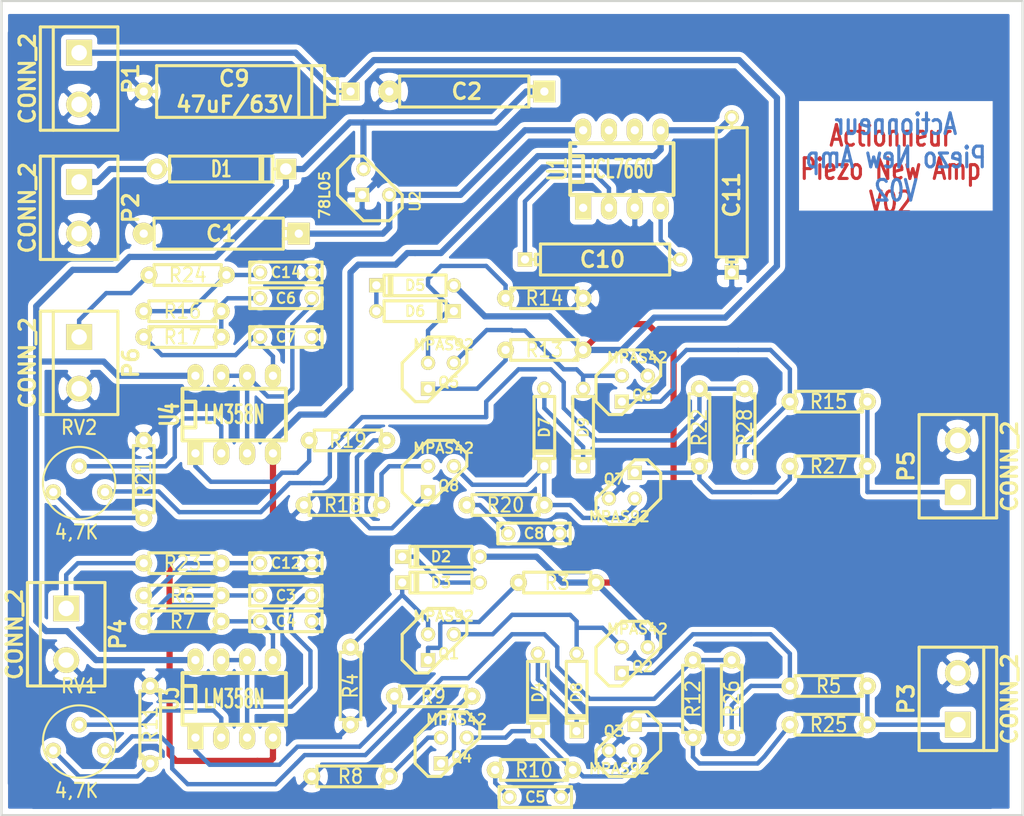
<source format=kicad_pcb>
(kicad_pcb (version 3) (host pcbnew "(2014-01-08 BZR 4616)-product")
  (title_block (title Actionneur_piezo))
  (layers (15 Composant power) (0 Cuivre signal) (18 B.Paste user) (19 F.Paste user) (20 B.SilkS user) (21 F.SilkS user) (22 B.Mask user) (23 F.Mask user) (28 Edge.Cuts user))
  (net 0 "")
  (net 1 +12V)
  (net 2 -VAA)
  (net 3 /12Vext)
  (net 4 /ampli_ht_horizontal/PIEZO_IN)
  (net 5 /ampli_ht_horizontal/PIEZO_OUT)
  (net 6 /ampli_ht_horizontal/S_OUT+)
  (net 7 /ampli_ht_horizontal/Vpil_0_3,3V)
  (net 8 /ampli_ht_vertical/PIEZO_IN)
  (net 9 /ampli_ht_vertical/PIEZO_OUT)
  (net 10 /ampli_ht_vertical/S_OUT+)
  (net 11 /ampli_ht_vertical/Vpil_0_3,3V)
  (net 12 GND)
  (net 13 HT)
  (net 14 "Net-(C10-Pad1)")
  (net 15 "Net-(C10-Pad2)")
  (net 16 "Net-(C12-Pad1)")
  (net 17 "Net-(C14-Pad1)")
  (net 18 "Net-(C3-Pad2)")
  (net 19 "Net-(C4-Pad1)")
  (net 20 "Net-(C5-Pad1)")
  (net 21 "Net-(C6-Pad2)")
  (net 22 "Net-(C7-Pad1)")
  (net 23 "Net-(C8-Pad1)")
  (net 24 "Net-(D2-Pad2)")
  (net 25 "Net-(D3-Pad2)")
  (net 26 "Net-(D4-Pad1)")
  (net 27 "Net-(D4-Pad2)")
  (net 28 "Net-(D5-Pad2)")
  (net 29 "Net-(D6-Pad2)")
  (net 30 "Net-(D7-Pad1)")
  (net 31 "Net-(D7-Pad2)")
  (net 32 "Net-(D8-Pad1)")
  (net 33 "Net-(D9-Pad1)")
  (net 34 "Net-(Q1-PadE)")
  (net 35 "Net-(Q2-PadE)")
  (net 36 "Net-(Q3-PadE)")
  (net 37 "Net-(Q4-PadB)")
  (net 38 "Net-(Q4-PadE)")
  (net 39 "Net-(Q5-PadE)")
  (net 40 "Net-(Q6-PadE)")
  (net 41 "Net-(Q7-PadE)")
  (net 42 "Net-(Q8-PadB)")
  (net 43 "Net-(Q8-PadE)")
  (net 44 "Net-(R11-Pad1)")
  (net 45 "Net-(R19-Pad2)")
  (net 46 "Net-(R21-Pad1)")
  (net 47 "Net-(R9-Pad2)")
  (net 48 "Net-(RV1-Pad2)")
  (net 49 "Net-(RV2-Pad2)")
  (net 50 VCC)
  (module bornier2 (layer Composant) (at 95.885 59.436 270)
    (fp_text reference P1 (at 0 -5.08 270) (layer F.SilkS) (effects (font (thickness 0.3048))))
    (fp_text value CONN_2 (at 0 5.08 270) (layer F.SilkS) (effects (font (thickness 0.3048))))
    (pad 1 thru_hole rect (at -2.54 0 270) (size 2.54 2.54) (drill 1.524) (layers *.Cu *.Mask F.SilkS) (net 13 HT))
    (pad 2 thru_hole circle (at 2.54 0 270) (size 2.54 2.54) (drill 1.524) (layers *.Cu *.Mask F.SilkS) (net 12 GND))
  )
  (module bornier2 (layer Composant) (at 182.245 120.396 90)
    (fp_text reference P3 (at 0 -5.08 90) (layer F.SilkS) (effects (font (thickness 0.3048))))
    (fp_text value CONN_2 (at 0 5.08 90) (layer F.SilkS) (effects (font (thickness 0.3048))))
    (pad 1 thru_hole rect (at -2.54 0 90) (size 2.54 2.54) (drill 1.524) (layers *.Cu *.Mask F.SilkS) (net 9 /ampli_ht_vertical/PIEZO_OUT))
    (pad 2 thru_hole circle (at 2.54 0 90) (size 2.54 2.54) (drill 1.524) (layers *.Cu *.Mask F.SilkS) (net 12 GND))
  )
  (module CP6 (layer Composant) (at 133.985 60.706 180)
    (fp_text reference C2 (at 0 0 180) (layer F.SilkS) (effects (font (thickness 0.3048))))
    (fp_text value 47uF/20V hide)
    (pad 1 thru_hole rect (at -7.62 0 180) (size 2.159 2.159) (drill 0.8128) (layers *.Cu *.Mask F.SilkS) (net 1 +12V))
    (pad 2 thru_hole circle (at 7.62 0 180) (size 2.159 2.159) (drill 0.8128) (layers *.Cu *.Mask F.SilkS) (net 12 GND))
  )
  (module CP6 (layer Composant) (at 109.855 74.676 180)
    (fp_text reference C1 (at 0 0 180) (layer F.SilkS) (effects (font (thickness 0.3048))))
    (fp_text value 47uF hide)
    (pad 1 thru_hole rect (at -7.62 0 180) (size 2.159 2.159) (drill 0.8128) (layers *.Cu *.Mask F.SilkS) (net 50 VCC))
    (pad 2 thru_hole circle (at 7.62 0 180) (size 2.159 2.159) (drill 0.8128) (layers *.Cu *.Mask F.SilkS) (net 12 GND))
  )
  (module D5 (layer Composant) (at 109.855 68.326)
    (fp_text reference D1 (at 0 0) (layer F.SilkS) (effects (font (size 1.524 1.016) (thickness 0.254))))
    (fp_text value 1N4007 hide)
    (pad 1 thru_hole circle (at -6.35 0) (size 2.032 2.032) (drill 1.143) (layers *.Cu *.Mask F.SilkS) (net 3 /12Vext))
    (pad 2 thru_hole rect (at 6.35 0) (size 2.032 2.032) (drill 1.143) (layers *.Cu *.Mask F.SilkS) (net 1 +12V))
  )
  (module TO92-CBE (layer Composant) (at 149.225 124.206 180)
    (fp_text reference Q3 (at 0.762 0.635 180) (layer F.SilkS) (effects (font (size 1.016 1.016) (thickness 0.2032))))
    (fp_text value MPAS92 (at 0.254 -3.048 180) (layer F.SilkS) (effects (font (size 1.016 1.016) (thickness 0.2032))))
    (pad E thru_hole rect (at -1.27 1.27 180) (size 1.397 1.397) (drill 0.8128) (layers *.Cu *.Mask F.SilkS) (net 36 "Net-(Q3-PadE)"))
    (pad B thru_hole circle (at -1.27 -1.27 180) (size 1.397 1.397) (drill 0.8128) (layers *.Cu *.Mask F.SilkS) (net 27 "Net-(D4-Pad2)"))
    (pad C thru_hole circle (at 1.27 -1.27 180) (size 1.397 1.397) (drill 0.8128) (layers *.Cu *.Mask F.SilkS) (net 12 GND))
  )
  (module TO92-CBE (layer Composant) (at 131.445 88.646)
    (fp_text reference Q5 (at 0.762 0.635) (layer F.SilkS) (effects (font (size 1.016 1.016) (thickness 0.2032))))
    (fp_text value MPAS92 (at 0.254 -3.048) (layer F.SilkS) (effects (font (size 1.016 1.016) (thickness 0.2032))))
    (pad E thru_hole rect (at -1.27 1.27) (size 1.397 1.397) (drill 0.8128) (layers *.Cu *.Mask F.SilkS) (net 39 "Net-(Q5-PadE)"))
    (pad B thru_hole circle (at -1.27 -1.27) (size 1.397 1.397) (drill 0.8128) (layers *.Cu *.Mask F.SilkS) (net 29 "Net-(D6-Pad2)"))
    (pad C thru_hole circle (at 1.27 -1.27) (size 1.397 1.397) (drill 0.8128) (layers *.Cu *.Mask F.SilkS) (net 33 "Net-(D9-Pad1)"))
  )
  (module TO92-CBE (layer Composant) (at 149.225 99.441 180)
    (fp_text reference Q7 (at 0.762 0.635 180) (layer F.SilkS) (effects (font (size 1.016 1.016) (thickness 0.2032))))
    (fp_text value MPAS92 (at 0.254 -3.048 180) (layer F.SilkS) (effects (font (size 1.016 1.016) (thickness 0.2032))))
    (pad E thru_hole rect (at -1.27 1.27 180) (size 1.397 1.397) (drill 0.8128) (layers *.Cu *.Mask F.SilkS) (net 41 "Net-(Q7-PadE)"))
    (pad B thru_hole circle (at -1.27 -1.27 180) (size 1.397 1.397) (drill 0.8128) (layers *.Cu *.Mask F.SilkS) (net 31 "Net-(D7-Pad2)"))
    (pad C thru_hole circle (at 1.27 -1.27 180) (size 1.397 1.397) (drill 0.8128) (layers *.Cu *.Mask F.SilkS) (net 12 GND))
  )
  (module TO92-CBE (layer Composant) (at 150.495 89.916)
    (fp_text reference Q6 (at 0.762 0.635) (layer F.SilkS) (effects (font (size 1.016 1.016) (thickness 0.2032))))
    (fp_text value MPAS42 (at 0.254 -3.048) (layer F.SilkS) (effects (font (size 1.016 1.016) (thickness 0.2032))))
    (pad E thru_hole rect (at -1.27 1.27) (size 1.397 1.397) (drill 0.8128) (layers *.Cu *.Mask F.SilkS) (net 40 "Net-(Q6-PadE)"))
    (pad B thru_hole circle (at -1.27 -1.27) (size 1.397 1.397) (drill 0.8128) (layers *.Cu *.Mask F.SilkS) (net 33 "Net-(D9-Pad1)"))
    (pad C thru_hole circle (at 1.27 -1.27) (size 1.397 1.397) (drill 0.8128) (layers *.Cu *.Mask F.SilkS) (net 13 HT))
  )
  (module TO92-CBE (layer Composant) (at 131.445 115.316)
    (fp_text reference Q1 (at 0.762 0.635) (layer F.SilkS) (effects (font (size 1.016 1.016) (thickness 0.2032))))
    (fp_text value MPAS92 (at 0.254 -3.048) (layer F.SilkS) (effects (font (size 1.016 1.016) (thickness 0.2032))))
    (pad E thru_hole rect (at -1.27 1.27) (size 1.397 1.397) (drill 0.8128) (layers *.Cu *.Mask F.SilkS) (net 34 "Net-(Q1-PadE)"))
    (pad B thru_hole circle (at -1.27 -1.27) (size 1.397 1.397) (drill 0.8128) (layers *.Cu *.Mask F.SilkS) (net 25 "Net-(D3-Pad2)"))
    (pad C thru_hole circle (at 1.27 -1.27) (size 1.397 1.397) (drill 0.8128) (layers *.Cu *.Mask F.SilkS) (net 32 "Net-(D8-Pad1)"))
  )
  (module TO92-CBE (layer Composant) (at 150.495 116.586)
    (fp_text reference Q2 (at 0.762 0.635) (layer F.SilkS) (effects (font (size 1.016 1.016) (thickness 0.2032))))
    (fp_text value MPAS42 (at 0.254 -3.048) (layer F.SilkS) (effects (font (size 1.016 1.016) (thickness 0.2032))))
    (pad E thru_hole rect (at -1.27 1.27) (size 1.397 1.397) (drill 0.8128) (layers *.Cu *.Mask F.SilkS) (net 35 "Net-(Q2-PadE)"))
    (pad B thru_hole circle (at -1.27 -1.27) (size 1.397 1.397) (drill 0.8128) (layers *.Cu *.Mask F.SilkS) (net 32 "Net-(D8-Pad1)"))
    (pad C thru_hole circle (at 1.27 -1.27) (size 1.397 1.397) (drill 0.8128) (layers *.Cu *.Mask F.SilkS) (net 13 HT))
  )
  (module TO92-CBE (layer Composant) (at 132.715 125.476)
    (fp_text reference Q4 (at 0.762 0.635) (layer F.SilkS) (effects (font (size 1.016 1.016) (thickness 0.2032))))
    (fp_text value MPAS42 (at 0.254 -3.048) (layer F.SilkS) (effects (font (size 1.016 1.016) (thickness 0.2032))))
    (pad E thru_hole rect (at -1.27 1.27) (size 1.397 1.397) (drill 0.8128) (layers *.Cu *.Mask F.SilkS) (net 38 "Net-(Q4-PadE)"))
    (pad B thru_hole circle (at -1.27 -1.27) (size 1.397 1.397) (drill 0.8128) (layers *.Cu *.Mask F.SilkS) (net 37 "Net-(Q4-PadB)"))
    (pad C thru_hole circle (at 1.27 -1.27) (size 1.397 1.397) (drill 0.8128) (layers *.Cu *.Mask F.SilkS) (net 27 "Net-(D4-Pad2)"))
  )
  (module TO92-CBE (layer Composant) (at 131.445 98.806)
    (fp_text reference Q8 (at 0.762 0.635) (layer F.SilkS) (effects (font (size 1.016 1.016) (thickness 0.2032))))
    (fp_text value MPAS42 (at 0.254 -3.048) (layer F.SilkS) (effects (font (size 1.016 1.016) (thickness 0.2032))))
    (pad E thru_hole rect (at -1.27 1.27) (size 1.397 1.397) (drill 0.8128) (layers *.Cu *.Mask F.SilkS) (net 43 "Net-(Q8-PadE)"))
    (pad B thru_hole circle (at -1.27 -1.27) (size 1.397 1.397) (drill 0.8128) (layers *.Cu *.Mask F.SilkS) (net 42 "Net-(Q8-PadB)"))
    (pad C thru_hole circle (at 1.27 -1.27) (size 1.397 1.397) (drill 0.8128) (layers *.Cu *.Mask F.SilkS) (net 31 "Net-(D7-Pad2)"))
  )
  (module bornier2 (layer Composant) (at 95.885 72.136 270)
    (fp_text reference P2 (at 0 -5.08 270) (layer F.SilkS) (effects (font (thickness 0.3048))))
    (fp_text value CONN_2 (at 0 5.08 270) (layer F.SilkS) (effects (font (thickness 0.3048))))
    (pad 1 thru_hole rect (at -2.54 0 270) (size 2.54 2.54) (drill 1.524) (layers *.Cu *.Mask F.SilkS) (net 3 /12Vext))
    (pad 2 thru_hole circle (at 2.54 0 270) (size 2.54 2.54) (drill 1.524) (layers *.Cu *.Mask F.SilkS) (net 12 GND))
  )
  (module DIP-8__300_ELL (layer Composant) (at 149.225 68.326)
    (fp_text reference U1 (at -6.35 0 90) (layer F.SilkS) (effects (font (size 1.778 1.143) (thickness 0.28702))))
    (fp_text value ICL7660 (at 0 0) (layer F.SilkS) (effects (font (size 1.778 1.016) (thickness 0.254))))
    (pad 1 thru_hole rect (at -3.81 3.81) (size 1.5748 2.286) (drill 0.8128) (layers *.Cu *.Mask F.SilkS))
    (pad 2 thru_hole oval (at -1.27 3.81) (size 1.5748 2.286) (drill 0.8128) (layers *.Cu *.Mask F.SilkS) (net 14 "Net-(C10-Pad1)"))
    (pad 3 thru_hole oval (at 1.27 3.81) (size 1.5748 2.286) (drill 0.8128) (layers *.Cu *.Mask F.SilkS) (net 12 GND))
    (pad 4 thru_hole oval (at 3.81 3.81) (size 1.5748 2.286) (drill 0.8128) (layers *.Cu *.Mask F.SilkS) (net 15 "Net-(C10-Pad2)"))
    (pad 5 thru_hole oval (at 3.81 -3.81) (size 1.5748 2.286) (drill 0.8128) (layers *.Cu *.Mask F.SilkS) (net 2 -VAA))
    (pad 6 thru_hole oval (at 1.27 -3.81) (size 1.5748 2.286) (drill 0.8128) (layers *.Cu *.Mask F.SilkS))
    (pad 7 thru_hole oval (at -1.27 -3.81) (size 1.5748 2.286) (drill 0.8128) (layers *.Cu *.Mask F.SilkS))
    (pad 8 thru_hole oval (at -3.81 -3.81) (size 1.5748 2.286) (drill 0.8128) (layers *.Cu *.Mask F.SilkS) (net 50 VCC))
  )
  (module DIP-8__300_ELL (layer Composant) (at 111.125 92.456)
    (fp_text reference U4 (at -6.35 0 90) (layer F.SilkS) (effects (font (size 1.778 1.143) (thickness 0.28702))))
    (fp_text value LM358N (at 0 0) (layer F.SilkS) (effects (font (size 1.778 1.016) (thickness 0.254))))
    (pad 1 thru_hole rect (at -3.81 3.81) (size 1.5748 2.286) (drill 0.8128) (layers *.Cu *.Mask F.SilkS) (net 45 "Net-(R19-Pad2)"))
    (pad 2 thru_hole oval (at -1.27 3.81) (size 1.5748 2.286) (drill 0.8128) (layers *.Cu *.Mask F.SilkS) (net 49 "Net-(RV2-Pad2)"))
    (pad 3 thru_hole oval (at 1.27 3.81) (size 1.5748 2.286) (drill 0.8128) (layers *.Cu *.Mask F.SilkS) (net 7 /ampli_ht_horizontal/Vpil_0_3,3V))
    (pad 4 thru_hole oval (at 3.81 3.81) (size 1.5748 2.286) (drill 0.8128) (layers *.Cu *.Mask F.SilkS) (net 2 -VAA))
    (pad 5 thru_hole oval (at 3.81 -3.81) (size 1.5748 2.286) (drill 0.8128) (layers *.Cu *.Mask F.SilkS) (net 22 "Net-(C7-Pad1)"))
    (pad 6 thru_hole oval (at 1.27 -3.81) (size 1.5748 2.286) (drill 0.8128) (layers *.Cu *.Mask F.SilkS) (net 7 /ampli_ht_horizontal/Vpil_0_3,3V))
    (pad 7 thru_hole oval (at -1.27 -3.81) (size 1.5748 2.286) (drill 0.8128) (layers *.Cu *.Mask F.SilkS) (net 7 /ampli_ht_horizontal/Vpil_0_3,3V))
    (pad 8 thru_hole oval (at -3.81 -3.81) (size 1.5748 2.286) (drill 0.8128) (layers *.Cu *.Mask F.SilkS) (net 1 +12V))
  )
  (module bornier2 (layer Composant) (at 94.615 114.046 270)
    (fp_text reference P4 (at 0 -5.08 270) (layer F.SilkS) (effects (font (thickness 0.3048))))
    (fp_text value CONN_2 (at 0 5.08 270) (layer F.SilkS) (effects (font (thickness 0.3048))))
    (pad 1 thru_hole rect (at -2.54 0 270) (size 2.54 2.54) (drill 1.524) (layers *.Cu *.Mask F.SilkS) (net 8 /ampli_ht_vertical/PIEZO_IN))
    (pad 2 thru_hole circle (at 2.54 0 270) (size 2.54 2.54) (drill 1.524) (layers *.Cu *.Mask F.SilkS) (net 12 GND))
  )
  (module bornier2 (layer Composant) (at 182.245 97.536 90)
    (fp_text reference P5 (at 0 -5.08 90) (layer F.SilkS) (effects (font (thickness 0.3048))))
    (fp_text value CONN_2 (at 0 5.08 90) (layer F.SilkS) (effects (font (thickness 0.3048))))
    (pad 1 thru_hole rect (at -2.54 0 90) (size 2.54 2.54) (drill 1.524) (layers *.Cu *.Mask F.SilkS) (net 5 /ampli_ht_horizontal/PIEZO_OUT))
    (pad 2 thru_hole circle (at 2.54 0 90) (size 2.54 2.54) (drill 1.524) (layers *.Cu *.Mask F.SilkS) (net 12 GND))
  )
  (module bornier2 (layer Composant) (at 95.885 87.376 270)
    (fp_text reference P6 (at 0 -5.08 270) (layer F.SilkS) (effects (font (thickness 0.3048))))
    (fp_text value CONN_2 (at 0 5.08 270) (layer F.SilkS) (effects (font (thickness 0.3048))))
    (pad 1 thru_hole rect (at -2.54 0 270) (size 2.54 2.54) (drill 1.524) (layers *.Cu *.Mask F.SilkS) (net 4 /ampli_ht_horizontal/PIEZO_IN))
    (pad 2 thru_hole circle (at 2.54 0 270) (size 2.54 2.54) (drill 1.524) (layers *.Cu *.Mask F.SilkS) (net 12 GND))
  )
  (module DIP-8__300_ELL (layer Composant) (at 111.125 120.396)
    (fp_text reference U3 (at -6.35 0 90) (layer F.SilkS) (effects (font (size 1.778 1.143) (thickness 0.28702))))
    (fp_text value LM358N (at 0 0) (layer F.SilkS) (effects (font (size 1.778 1.016) (thickness 0.254))))
    (pad 1 thru_hole rect (at -3.81 3.81) (size 1.5748 2.286) (drill 0.8128) (layers *.Cu *.Mask F.SilkS) (net 47 "Net-(R9-Pad2)"))
    (pad 2 thru_hole oval (at -1.27 3.81) (size 1.5748 2.286) (drill 0.8128) (layers *.Cu *.Mask F.SilkS) (net 48 "Net-(RV1-Pad2)"))
    (pad 3 thru_hole oval (at 1.27 3.81) (size 1.5748 2.286) (drill 0.8128) (layers *.Cu *.Mask F.SilkS) (net 11 /ampli_ht_vertical/Vpil_0_3,3V))
    (pad 4 thru_hole oval (at 3.81 3.81) (size 1.5748 2.286) (drill 0.8128) (layers *.Cu *.Mask F.SilkS) (net 2 -VAA))
    (pad 5 thru_hole oval (at 3.81 -3.81) (size 1.5748 2.286) (drill 0.8128) (layers *.Cu *.Mask F.SilkS) (net 19 "Net-(C4-Pad1)"))
    (pad 6 thru_hole oval (at 1.27 -3.81) (size 1.5748 2.286) (drill 0.8128) (layers *.Cu *.Mask F.SilkS) (net 11 /ampli_ht_vertical/Vpil_0_3,3V))
    (pad 7 thru_hole oval (at -1.27 -3.81) (size 1.5748 2.286) (drill 0.8128) (layers *.Cu *.Mask F.SilkS) (net 11 /ampli_ht_vertical/Vpil_0_3,3V))
    (pad 8 thru_hole oval (at -3.81 -3.81) (size 1.5748 2.286) (drill 0.8128) (layers *.Cu *.Mask F.SilkS) (net 1 +12V))
  )
  (module R3-LARGE_PADS (layer Composant) (at 130.683 120.142 180)
    (fp_text reference R9 (at 0 0 180) (layer F.SilkS) (effects (font (size 1.397 1.27) (thickness 0.2032))))
    (fp_text value 1K hide)
    (pad 1 thru_hole circle (at -3.81 0 180) (size 1.651 1.651) (drill 0.8128) (layers *.Cu *.Mask F.SilkS) (net 38 "Net-(Q4-PadE)"))
    (pad 2 thru_hole circle (at 3.81 0 180) (size 1.651 1.651) (drill 0.8128) (layers *.Cu *.Mask F.SilkS) (net 47 "Net-(R9-Pad2)"))
  )
  (module R3-LARGE_PADS (layer Composant) (at 169.545 91.186 180)
    (fp_text reference R15 (at 0 0 180) (layer F.SilkS) (effects (font (size 1.397 1.27) (thickness 0.2032))))
    (fp_text value 47 hide)
    (pad 1 thru_hole circle (at -3.81 0 180) (size 1.651 1.651) (drill 0.8128) (layers *.Cu *.Mask F.SilkS) (net 5 /ampli_ht_horizontal/PIEZO_OUT))
    (pad 2 thru_hole circle (at 3.81 0 180) (size 1.651 1.651) (drill 0.8128) (layers *.Cu *.Mask F.SilkS) (net 40 "Net-(Q6-PadE)"))
  )
  (module RV2 (layer Composant) (at 95.885 124.206)
    (fp_text reference RV1 (at 0 -5.08) (layer F.SilkS) (effects (font (size 1.397 1.27) (thickness 0.2032))))
    (fp_text value 4,7K (at -0.254 5.207) (layer F.SilkS) (effects (font (size 1.397 1.27) (thickness 0.2032))))
    (pad 1 thru_hole circle (at -2.54 1.27) (size 1.524 1.524) (drill 0.8128) (layers *.Cu *.Mask F.SilkS) (net 44 "Net-(R11-Pad1)"))
    (pad 2 thru_hole circle (at 0 -1.27) (size 1.524 1.524) (drill 0.8128) (layers *.Cu *.Mask F.SilkS) (net 48 "Net-(RV1-Pad2)"))
    (pad 3 thru_hole circle (at 2.54 1.27) (size 1.524 1.524) (drill 0.8128) (layers *.Cu *.Mask F.SilkS) (net 10 /ampli_ht_vertical/S_OUT+))
  )
  (module RV2 (layer Composant) (at 95.885 98.806)
    (fp_text reference RV2 (at 0 -5.08) (layer F.SilkS) (effects (font (size 1.397 1.27) (thickness 0.2032))))
    (fp_text value 4,7K (at -0.254 5.207) (layer F.SilkS) (effects (font (size 1.397 1.27) (thickness 0.2032))))
    (pad 1 thru_hole circle (at -2.54 1.27) (size 1.524 1.524) (drill 0.8128) (layers *.Cu *.Mask F.SilkS) (net 46 "Net-(R21-Pad1)"))
    (pad 2 thru_hole circle (at 0 -1.27) (size 1.524 1.524) (drill 0.8128) (layers *.Cu *.Mask F.SilkS) (net 49 "Net-(RV2-Pad2)"))
    (pad 3 thru_hole circle (at 2.54 1.27) (size 1.524 1.524) (drill 0.8128) (layers *.Cu *.Mask F.SilkS) (net 6 /ampli_ht_horizontal/S_OUT+))
  )
  (module C2 (layer Composant) (at 116.205 110.236 180)
    (fp_text reference C3 (at 0 0 180) (layer F.SilkS) (effects (font (size 1.016 1.016) (thickness 0.2032))))
    (fp_text value 15nF hide)
    (pad 1 thru_hole circle (at -2.54 0 180) (size 1.397 1.397) (drill 0.8128) (layers *.Cu *.Mask F.SilkS) (net 11 /ampli_ht_vertical/Vpil_0_3,3V))
    (pad 2 thru_hole circle (at 2.54 0 180) (size 1.397 1.397) (drill 0.8128) (layers *.Cu *.Mask F.SilkS) (net 18 "Net-(C3-Pad2)"))
  )
  (module C2 (layer Composant) (at 116.205 112.776)
    (fp_text reference C4 (at 0 0) (layer F.SilkS) (effects (font (size 1.016 1.016) (thickness 0.2032))))
    (fp_text value 4,7nF hide)
    (pad 1 thru_hole circle (at -2.54 0) (size 1.397 1.397) (drill 0.8128) (layers *.Cu *.Mask F.SilkS) (net 19 "Net-(C4-Pad1)"))
    (pad 2 thru_hole circle (at 2.54 0) (size 1.397 1.397) (drill 0.8128) (layers *.Cu *.Mask F.SilkS) (net 12 GND))
  )
  (module C2 (layer Composant) (at 140.716 130.048)
    (fp_text reference C5 (at 0 0) (layer F.SilkS) (effects (font (size 1.016 1.016) (thickness 0.2032))))
    (fp_text value 820pF hide)
    (pad 1 thru_hole circle (at -2.54 0) (size 1.397 1.397) (drill 0.8128) (layers *.Cu *.Mask F.SilkS) (net 20 "Net-(C5-Pad1)"))
    (pad 2 thru_hole circle (at 2.54 0) (size 1.397 1.397) (drill 0.8128) (layers *.Cu *.Mask F.SilkS) (net 12 GND))
  )
  (module C2 (layer Composant) (at 116.205 81.026 180)
    (fp_text reference C6 (at 0 0 180) (layer F.SilkS) (effects (font (size 1.016 1.016) (thickness 0.2032))))
    (fp_text value 15nF hide)
    (pad 1 thru_hole circle (at -2.54 0 180) (size 1.397 1.397) (drill 0.8128) (layers *.Cu *.Mask F.SilkS) (net 7 /ampli_ht_horizontal/Vpil_0_3,3V))
    (pad 2 thru_hole circle (at 2.54 0 180) (size 1.397 1.397) (drill 0.8128) (layers *.Cu *.Mask F.SilkS) (net 21 "Net-(C6-Pad2)"))
  )
  (module C2 (layer Composant) (at 116.205 84.836)
    (fp_text reference C7 (at 0 0) (layer F.SilkS) (effects (font (size 1.016 1.016) (thickness 0.2032))))
    (fp_text value 4,7nF hide)
    (pad 1 thru_hole circle (at -2.54 0) (size 1.397 1.397) (drill 0.8128) (layers *.Cu *.Mask F.SilkS) (net 22 "Net-(C7-Pad1)"))
    (pad 2 thru_hole circle (at 2.54 0) (size 1.397 1.397) (drill 0.8128) (layers *.Cu *.Mask F.SilkS) (net 12 GND))
  )
  (module C2 (layer Composant) (at 140.589 104.14)
    (fp_text reference C8 (at 0 0) (layer F.SilkS) (effects (font (size 1.016 1.016) (thickness 0.2032))))
    (fp_text value 820pF hide)
    (pad 1 thru_hole circle (at -2.54 0) (size 1.397 1.397) (drill 0.8128) (layers *.Cu *.Mask F.SilkS) (net 23 "Net-(C8-Pad1)"))
    (pad 2 thru_hole circle (at 2.54 0) (size 1.397 1.397) (drill 0.8128) (layers *.Cu *.Mask F.SilkS) (net 12 GND))
  )
  (module CP8 (layer Composant) (at 112.395 60.706 180)
    (fp_text reference C9 (at 1.27 1.27 180) (layer F.SilkS) (effects (font (thickness 0.3048))))
    (fp_text value 47uF/63V (at 1.27 -1.27 180) (layer F.SilkS) (effects (font (thickness 0.3048))))
    (pad 1 thru_hole rect (at -10.16 0 180) (size 1.778 1.778) (drill 0.8128) (layers *.Cu *.Mask F.SilkS) (net 13 HT))
    (pad 2 thru_hole circle (at 10.16 0 180) (size 1.778 1.778) (drill 0.8128) (layers *.Cu *.Mask F.SilkS) (net 12 GND))
  )
  (module D3 (layer Composant) (at 131.445 106.426 180)
    (fp_text reference D2 (at 0 0 180) (layer F.SilkS) (effects (font (size 1.016 1.016) (thickness 0.2032))))
    (fp_text value 1N4148 hide)
    (pad 2 thru_hole rect (at 3.81 0 180) (size 1.397 1.397) (drill 0.8128) (layers *.Cu *.Mask F.SilkS) (net 24 "Net-(D2-Pad2)"))
    (pad 1 thru_hole circle (at -3.81 0 180) (size 1.397 1.397) (drill 0.8128) (layers *.Cu *.Mask F.SilkS) (net 13 HT))
  )
  (module D3 (layer Composant) (at 131.445 108.966 180)
    (fp_text reference D3 (at 0 0 180) (layer F.SilkS) (effects (font (size 1.016 1.016) (thickness 0.2032))))
    (fp_text value 1N4148 hide)
    (pad 2 thru_hole rect (at 3.81 0 180) (size 1.397 1.397) (drill 0.8128) (layers *.Cu *.Mask F.SilkS) (net 25 "Net-(D3-Pad2)"))
    (pad 1 thru_hole circle (at -3.81 0 180) (size 1.397 1.397) (drill 0.8128) (layers *.Cu *.Mask F.SilkS) (net 24 "Net-(D2-Pad2)"))
  )
  (module D3 (layer Composant) (at 140.97 119.761 270)
    (fp_text reference D4 (at 0 0 270) (layer F.SilkS) (effects (font (size 1.016 1.016) (thickness 0.2032))))
    (fp_text value 1N4148 hide)
    (pad 2 thru_hole rect (at 3.81 0 270) (size 1.397 1.397) (drill 0.8128) (layers *.Cu *.Mask F.SilkS) (net 27 "Net-(D4-Pad2)"))
    (pad 1 thru_hole circle (at -3.81 0 270) (size 1.397 1.397) (drill 0.8128) (layers *.Cu *.Mask F.SilkS) (net 26 "Net-(D4-Pad1)"))
  )
  (module D3 (layer Composant) (at 128.905 79.756 180)
    (fp_text reference D5 (at 0 0 180) (layer F.SilkS) (effects (font (size 1.016 1.016) (thickness 0.2032))))
    (fp_text value 1N4148 hide)
    (pad 2 thru_hole rect (at 3.81 0 180) (size 1.397 1.397) (drill 0.8128) (layers *.Cu *.Mask F.SilkS) (net 28 "Net-(D5-Pad2)"))
    (pad 1 thru_hole circle (at -3.81 0 180) (size 1.397 1.397) (drill 0.8128) (layers *.Cu *.Mask F.SilkS) (net 13 HT))
  )
  (module D3 (layer Composant) (at 128.905 82.296)
    (fp_text reference D6 (at 0 0) (layer F.SilkS) (effects (font (size 1.016 1.016) (thickness 0.2032))))
    (fp_text value 1N4148 hide)
    (pad 2 thru_hole rect (at 3.81 0) (size 1.397 1.397) (drill 0.8128) (layers *.Cu *.Mask F.SilkS) (net 29 "Net-(D6-Pad2)"))
    (pad 1 thru_hole circle (at -3.81 0) (size 1.397 1.397) (drill 0.8128) (layers *.Cu *.Mask F.SilkS) (net 28 "Net-(D5-Pad2)"))
  )
  (module D3 (layer Composant) (at 141.605 93.726 270)
    (fp_text reference D7 (at 0 0 270) (layer F.SilkS) (effects (font (size 1.016 1.016) (thickness 0.2032))))
    (fp_text value 1N4148 hide)
    (pad 2 thru_hole rect (at 3.81 0 270) (size 1.397 1.397) (drill 0.8128) (layers *.Cu *.Mask F.SilkS) (net 31 "Net-(D7-Pad2)"))
    (pad 1 thru_hole circle (at -3.81 0 270) (size 1.397 1.397) (drill 0.8128) (layers *.Cu *.Mask F.SilkS) (net 30 "Net-(D7-Pad1)"))
  )
  (module R3-LARGE_PADS (layer Composant) (at 142.875 108.966 180)
    (fp_text reference R3 (at 0 0 180) (layer F.SilkS) (effects (font (size 1.397 1.27) (thickness 0.2032))))
    (fp_text value 470 hide)
    (pad 1 thru_hole circle (at -3.81 0 180) (size 1.651 1.651) (drill 0.8128) (layers *.Cu *.Mask F.SilkS) (net 13 HT))
    (pad 2 thru_hole circle (at 3.81 0 180) (size 1.651 1.651) (drill 0.8128) (layers *.Cu *.Mask F.SilkS) (net 34 "Net-(Q1-PadE)"))
  )
  (module R3-LARGE_PADS (layer Composant) (at 122.555 119.126 270)
    (fp_text reference R4 (at 0 0 270) (layer F.SilkS) (effects (font (size 1.397 1.27) (thickness 0.2032))))
    (fp_text value 220K hide)
    (pad 1 thru_hole circle (at -3.81 0 270) (size 1.651 1.651) (drill 0.8128) (layers *.Cu *.Mask F.SilkS) (net 25 "Net-(D3-Pad2)"))
    (pad 2 thru_hole circle (at 3.81 0 270) (size 1.651 1.651) (drill 0.8128) (layers *.Cu *.Mask F.SilkS) (net 12 GND))
  )
  (module R3-LARGE_PADS (layer Composant) (at 169.545 119.126 180)
    (fp_text reference R5 (at 0 0 180) (layer F.SilkS) (effects (font (size 1.397 1.27) (thickness 0.2032))))
    (fp_text value 47 hide)
    (pad 1 thru_hole circle (at -3.81 0 180) (size 1.651 1.651) (drill 0.8128) (layers *.Cu *.Mask F.SilkS) (net 9 /ampli_ht_vertical/PIEZO_OUT))
    (pad 2 thru_hole circle (at 3.81 0 180) (size 1.651 1.651) (drill 0.8128) (layers *.Cu *.Mask F.SilkS) (net 35 "Net-(Q2-PadE)"))
  )
  (module R3-LARGE_PADS (layer Composant) (at 106.045 110.236 180)
    (fp_text reference R6 (at 0 0 180) (layer F.SilkS) (effects (font (size 1.397 1.27) (thickness 0.2032))))
    (fp_text value 22K hide)
    (pad 1 thru_hole circle (at -3.81 0 180) (size 1.651 1.651) (drill 0.8128) (layers *.Cu *.Mask F.SilkS) (net 18 "Net-(C3-Pad2)"))
    (pad 2 thru_hole circle (at 3.81 0 180) (size 1.651 1.651) (drill 0.8128) (layers *.Cu *.Mask F.SilkS) (net 16 "Net-(C12-Pad1)"))
  )
  (module R3-LARGE_PADS (layer Composant) (at 106.045 112.776 180)
    (fp_text reference R7 (at 0 0 180) (layer F.SilkS) (effects (font (size 1.397 1.27) (thickness 0.2032))))
    (fp_text value 22K hide)
    (pad 1 thru_hole circle (at -3.81 0 180) (size 1.651 1.651) (drill 0.8128) (layers *.Cu *.Mask F.SilkS) (net 19 "Net-(C4-Pad1)"))
    (pad 2 thru_hole circle (at 3.81 0 180) (size 1.651 1.651) (drill 0.8128) (layers *.Cu *.Mask F.SilkS) (net 18 "Net-(C3-Pad2)"))
  )
  (module R3-LARGE_PADS (layer Composant) (at 122.555 128.016 180)
    (fp_text reference R8 (at 0 0 180) (layer F.SilkS) (effects (font (size 1.397 1.27) (thickness 0.2032))))
    (fp_text value 1K hide)
    (pad 1 thru_hole circle (at -3.81 0 180) (size 1.651 1.651) (drill 0.8128) (layers *.Cu *.Mask F.SilkS) (net 37 "Net-(Q4-PadB)"))
    (pad 2 thru_hole circle (at 3.81 0 180) (size 1.651 1.651) (drill 0.8128) (layers *.Cu *.Mask F.SilkS) (net 12 GND))
  )
  (module R3-LARGE_PADS (layer Composant) (at 140.589 127.381 180)
    (fp_text reference R10 (at 0 0 180) (layer F.SilkS) (effects (font (size 1.397 1.27) (thickness 0.2032))))
    (fp_text value 5,6K hide)
    (pad 1 thru_hole circle (at -3.81 0 180) (size 1.651 1.651) (drill 0.8128) (layers *.Cu *.Mask F.SilkS) (net 27 "Net-(D4-Pad2)"))
    (pad 2 thru_hole circle (at 3.81 0 180) (size 1.651 1.651) (drill 0.8128) (layers *.Cu *.Mask F.SilkS) (net 20 "Net-(C5-Pad1)"))
  )
  (module R3-LARGE_PADS (layer Composant) (at 102.87 122.936 90)
    (fp_text reference R11 (at 0 0 90) (layer F.SilkS) (effects (font (size 1.397 1.27) (thickness 0.2032))))
    (fp_text value 4,7K hide)
    (pad 1 thru_hole circle (at -3.81 0 90) (size 1.651 1.651) (drill 0.8128) (layers *.Cu *.Mask F.SilkS) (net 44 "Net-(R11-Pad1)"))
    (pad 2 thru_hole circle (at 3.81 0 90) (size 1.651 1.651) (drill 0.8128) (layers *.Cu *.Mask F.SilkS) (net 12 GND))
  )
  (module R3-LARGE_PADS (layer Composant) (at 156.21 120.396 270)
    (fp_text reference R12 (at 0 0 270) (layer F.SilkS) (effects (font (size 1.397 1.27) (thickness 0.2032))))
    (fp_text value 220K hide)
    (pad 1 thru_hole circle (at -3.81 0 270) (size 1.651 1.651) (drill 0.8128) (layers *.Cu *.Mask F.SilkS) (net 10 /ampli_ht_vertical/S_OUT+))
    (pad 2 thru_hole circle (at 3.81 0 270) (size 1.651 1.651) (drill 0.8128) (layers *.Cu *.Mask F.SilkS) (net 36 "Net-(Q3-PadE)"))
  )
  (module R3-LARGE_PADS (layer Composant) (at 141.605 86.106 180)
    (fp_text reference R13 (at 0 0 180) (layer F.SilkS) (effects (font (size 1.397 1.27) (thickness 0.2032))))
    (fp_text value 470 hide)
    (pad 1 thru_hole circle (at -3.81 0 180) (size 1.651 1.651) (drill 0.8128) (layers *.Cu *.Mask F.SilkS) (net 13 HT))
    (pad 2 thru_hole circle (at 3.81 0 180) (size 1.651 1.651) (drill 0.8128) (layers *.Cu *.Mask F.SilkS) (net 39 "Net-(Q5-PadE)"))
  )
  (module R3-LARGE_PADS (layer Composant) (at 141.605 81.026)
    (fp_text reference R14 (at 0 0) (layer F.SilkS) (effects (font (size 1.397 1.27) (thickness 0.2032))))
    (fp_text value 220K hide)
    (pad 1 thru_hole circle (at -3.81 0) (size 1.651 1.651) (drill 0.8128) (layers *.Cu *.Mask F.SilkS) (net 29 "Net-(D6-Pad2)"))
    (pad 2 thru_hole circle (at 3.81 0) (size 1.651 1.651) (drill 0.8128) (layers *.Cu *.Mask F.SilkS) (net 12 GND))
  )
  (module R3-LARGE_PADS (layer Composant) (at 106.045 82.296 180)
    (fp_text reference R16 (at 0 0 180) (layer F.SilkS) (effects (font (size 1.397 1.27) (thickness 0.2032))))
    (fp_text value 22K hide)
    (pad 1 thru_hole circle (at -3.81 0 180) (size 1.651 1.651) (drill 0.8128) (layers *.Cu *.Mask F.SilkS) (net 21 "Net-(C6-Pad2)"))
    (pad 2 thru_hole circle (at 3.81 0 180) (size 1.651 1.651) (drill 0.8128) (layers *.Cu *.Mask F.SilkS) (net 17 "Net-(C14-Pad1)"))
  )
  (module R3-LARGE_PADS (layer Composant) (at 106.045 84.836)
    (fp_text reference R17 (at 0 0) (layer F.SilkS) (effects (font (size 1.397 1.27) (thickness 0.2032))))
    (fp_text value 22K hide)
    (pad 1 thru_hole circle (at -3.81 0) (size 1.651 1.651) (drill 0.8128) (layers *.Cu *.Mask F.SilkS) (net 22 "Net-(C7-Pad1)"))
    (pad 2 thru_hole circle (at 3.81 0) (size 1.651 1.651) (drill 0.8128) (layers *.Cu *.Mask F.SilkS) (net 21 "Net-(C6-Pad2)"))
  )
  (module R3-LARGE_PADS (layer Composant) (at 121.793 101.346 180)
    (fp_text reference R18 (at 0 0 180) (layer F.SilkS) (effects (font (size 1.397 1.27) (thickness 0.2032))))
    (fp_text value 1K hide)
    (pad 1 thru_hole circle (at -3.81 0 180) (size 1.651 1.651) (drill 0.8128) (layers *.Cu *.Mask F.SilkS) (net 42 "Net-(Q8-PadB)"))
    (pad 2 thru_hole circle (at 3.81 0 180) (size 1.651 1.651) (drill 0.8128) (layers *.Cu *.Mask F.SilkS) (net 12 GND))
  )
  (module R3-LARGE_PADS (layer Composant) (at 122.301 94.996 180)
    (fp_text reference R19 (at 0 0 180) (layer F.SilkS) (effects (font (size 1.397 1.27) (thickness 0.2032))))
    (fp_text value 1K hide)
    (pad 1 thru_hole circle (at -3.81 0 180) (size 1.651 1.651) (drill 0.8128) (layers *.Cu *.Mask F.SilkS) (net 43 "Net-(Q8-PadE)"))
    (pad 2 thru_hole circle (at 3.81 0 180) (size 1.651 1.651) (drill 0.8128) (layers *.Cu *.Mask F.SilkS) (net 45 "Net-(R19-Pad2)"))
  )
  (module R3-LARGE_PADS (layer Composant) (at 137.795 101.346 180)
    (fp_text reference R20 (at 0 0 180) (layer F.SilkS) (effects (font (size 1.397 1.27) (thickness 0.2032))))
    (fp_text value 5,6K hide)
    (pad 1 thru_hole circle (at -3.81 0 180) (size 1.651 1.651) (drill 0.8128) (layers *.Cu *.Mask F.SilkS) (net 31 "Net-(D7-Pad2)"))
    (pad 2 thru_hole circle (at 3.81 0 180) (size 1.651 1.651) (drill 0.8128) (layers *.Cu *.Mask F.SilkS) (net 23 "Net-(C8-Pad1)"))
  )
  (module R3-LARGE_PADS (layer Composant) (at 102.235 98.806 90)
    (fp_text reference R21 (at 0 0 90) (layer F.SilkS) (effects (font (size 1.397 1.27) (thickness 0.2032))))
    (fp_text value 4,7K hide)
    (pad 1 thru_hole circle (at -3.81 0 90) (size 1.651 1.651) (drill 0.8128) (layers *.Cu *.Mask F.SilkS) (net 46 "Net-(R21-Pad1)"))
    (pad 2 thru_hole circle (at 3.81 0 90) (size 1.651 1.651) (drill 0.8128) (layers *.Cu *.Mask F.SilkS) (net 12 GND))
  )
  (module R3-LARGE_PADS (layer Composant) (at 156.845 93.726 270)
    (fp_text reference R22 (at 0 0 270) (layer F.SilkS) (effects (font (size 1.397 1.27) (thickness 0.2032))))
    (fp_text value 220K hide)
    (pad 1 thru_hole circle (at -3.81 0 270) (size 1.651 1.651) (drill 0.8128) (layers *.Cu *.Mask F.SilkS) (net 6 /ampli_ht_horizontal/S_OUT+))
    (pad 2 thru_hole circle (at 3.81 0 270) (size 1.651 1.651) (drill 0.8128) (layers *.Cu *.Mask F.SilkS) (net 41 "Net-(Q7-PadE)"))
  )
  (module CP6 (layer Composant) (at 147.32 77.216)
    (fp_text reference C10 (at 0 0) (layer F.SilkS) (effects (font (thickness 0.3048))))
    (fp_text value 10uF hide)
    (pad 1 thru_hole rect (at -7.62 0) (size 1.397 1.397) (drill 0.8128) (layers *.Cu *.Mask F.SilkS) (net 14 "Net-(C10-Pad1)"))
    (pad 2 thru_hole circle (at 7.62 0) (size 1.397 1.397) (drill 0.8128) (layers *.Cu *.Mask F.SilkS) (net 15 "Net-(C10-Pad2)"))
  )
  (module CP6 (layer Composant) (at 160.02 70.866 90)
    (fp_text reference C11 (at 0 0 90) (layer F.SilkS) (effects (font (thickness 0.3048))))
    (fp_text value 10uF hide)
    (pad 1 thru_hole rect (at -7.62 0 90) (size 1.397 1.397) (drill 0.8128) (layers *.Cu *.Mask F.SilkS) (net 12 GND))
    (pad 2 thru_hole circle (at 7.62 0 90) (size 1.397 1.397) (drill 0.8128) (layers *.Cu *.Mask F.SilkS) (net 2 -VAA))
  )
  (module LM78LXX (layer Composant) (at 125.095 69.596 90)
    (fp_text reference U2 (at -1.905 3.81 90) (layer F.SilkS) (effects (font (size 1.016 1.016) (thickness 0.2032))))
    (fp_text value 78L05 (at -1.27 -5.08 90) (layer F.SilkS) (effects (font (size 1.016 1.016) (thickness 0.2032))))
    (pad VI thru_hole circle (at 1.27 -1.27 90) (size 1.397 1.397) (drill 0.8128) (layers *.Cu *.Mask F.SilkS) (net 1 +12V))
    (pad GND thru_hole rect (at -1.27 -1.397 90) (size 1.397 1.397) (drill 0.8128) (layers *.Cu *.Mask F.SilkS) (net 12 GND))
    (pad VO thru_hole circle (at -1.27 1.27 90) (size 1.397 1.397) (drill 0.8128) (layers *.Cu *.Mask F.SilkS) (net 50 VCC))
  )
  (module C2 (layer Composant) (at 116.205 78.486)
    (fp_text reference C14 (at 0 0) (layer F.SilkS) (effects (font (size 1.016 1.016) (thickness 0.2032))))
    (fp_text value 150nF hide)
    (pad 1 thru_hole circle (at -2.54 0) (size 1.397 1.397) (drill 0.8128) (layers *.Cu *.Mask F.SilkS) (net 17 "Net-(C14-Pad1)"))
    (pad 2 thru_hole circle (at 2.54 0) (size 1.397 1.397) (drill 0.8128) (layers *.Cu *.Mask F.SilkS) (net 12 GND))
  )
  (module C2 (layer Composant) (at 116.205 107.061)
    (fp_text reference C12 (at 0 0) (layer F.SilkS) (effects (font (size 1.016 1.016) (thickness 0.2032))))
    (fp_text value 150nF hide)
    (pad 1 thru_hole circle (at -2.54 0) (size 1.397 1.397) (drill 0.8128) (layers *.Cu *.Mask F.SilkS) (net 16 "Net-(C12-Pad1)"))
    (pad 2 thru_hole circle (at 2.54 0) (size 1.397 1.397) (drill 0.8128) (layers *.Cu *.Mask F.SilkS) (net 12 GND))
  )
  (module R3-LARGE_PADS (layer Composant) (at 106.045 107.061 180)
    (fp_text reference R23 (at 0 0 180) (layer F.SilkS) (effects (font (size 1.397 1.27) (thickness 0.2032))))
    (fp_text value 1K hide)
    (pad 1 thru_hole circle (at -3.81 0 180) (size 1.651 1.651) (drill 0.8128) (layers *.Cu *.Mask F.SilkS) (net 16 "Net-(C12-Pad1)"))
    (pad 2 thru_hole circle (at 3.81 0 180) (size 1.651 1.651) (drill 0.8128) (layers *.Cu *.Mask F.SilkS) (net 8 /ampli_ht_vertical/PIEZO_IN))
  )
  (module R3-LARGE_PADS (layer Composant) (at 106.553 78.74 180)
    (fp_text reference R24 (at 0 0 180) (layer F.SilkS) (effects (font (size 1.397 1.27) (thickness 0.2032))))
    (fp_text value 1K hide)
    (pad 1 thru_hole circle (at -3.81 0 180) (size 1.651 1.651) (drill 0.8128) (layers *.Cu *.Mask F.SilkS) (net 17 "Net-(C14-Pad1)"))
    (pad 2 thru_hole circle (at 3.81 0 180) (size 1.651 1.651) (drill 0.8128) (layers *.Cu *.Mask F.SilkS) (net 4 /ampli_ht_horizontal/PIEZO_IN))
  )
  (module D3 (layer Composant) (at 145.415 93.726 270)
    (fp_text reference D9 (at 0 0 270) (layer F.SilkS) (effects (font (size 1.016 1.016) (thickness 0.2032))))
    (fp_text value 1N4148 hide)
    (pad 2 thru_hole rect (at 3.81 0 270) (size 1.397 1.397) (drill 0.8128) (layers *.Cu *.Mask F.SilkS) (net 30 "Net-(D7-Pad1)"))
    (pad 1 thru_hole circle (at -3.81 0 270) (size 1.397 1.397) (drill 0.8128) (layers *.Cu *.Mask F.SilkS) (net 33 "Net-(D9-Pad1)"))
  )
  (module D3 (layer Composant) (at 144.78 119.761 270)
    (fp_text reference D8 (at 0 0 270) (layer F.SilkS) (effects (font (size 1.016 1.016) (thickness 0.2032))))
    (fp_text value 1N4148 hide)
    (pad 2 thru_hole rect (at 3.81 0 270) (size 1.397 1.397) (drill 0.8128) (layers *.Cu *.Mask F.SilkS) (net 26 "Net-(D4-Pad1)"))
    (pad 1 thru_hole circle (at -3.81 0 270) (size 1.397 1.397) (drill 0.8128) (layers *.Cu *.Mask F.SilkS) (net 32 "Net-(D8-Pad1)"))
  )
  (module R3-LARGE_PADS (layer Composant) (at 169.545 122.936 180)
    (fp_text reference R25 (at 0 0 180) (layer F.SilkS) (effects (font (size 1.397 1.27) (thickness 0.2032))))
    (fp_text value 47 hide)
    (pad 1 thru_hole circle (at -3.81 0 180) (size 1.651 1.651) (drill 0.8128) (layers *.Cu *.Mask F.SilkS) (net 9 /ampli_ht_vertical/PIEZO_OUT))
    (pad 2 thru_hole circle (at 3.81 0 180) (size 1.651 1.651) (drill 0.8128) (layers *.Cu *.Mask F.SilkS) (net 36 "Net-(Q3-PadE)"))
  )
  (module R3-LARGE_PADS (layer Composant) (at 160.02 120.396 270)
    (fp_text reference R26 (at 0 0 270) (layer F.SilkS) (effects (font (size 1.397 1.27) (thickness 0.2032))))
    (fp_text value 220K hide)
    (pad 1 thru_hole circle (at -3.81 0 270) (size 1.651 1.651) (drill 0.8128) (layers *.Cu *.Mask F.SilkS) (net 10 /ampli_ht_vertical/S_OUT+))
    (pad 2 thru_hole circle (at 3.81 0 270) (size 1.651 1.651) (drill 0.8128) (layers *.Cu *.Mask F.SilkS) (net 35 "Net-(Q2-PadE)"))
  )
  (module R3-LARGE_PADS (layer Composant) (at 169.545 97.536 180)
    (fp_text reference R27 (at 0 0 180) (layer F.SilkS) (effects (font (size 1.397 1.27) (thickness 0.2032))))
    (fp_text value 47 hide)
    (pad 1 thru_hole circle (at -3.81 0 180) (size 1.651 1.651) (drill 0.8128) (layers *.Cu *.Mask F.SilkS) (net 5 /ampli_ht_horizontal/PIEZO_OUT))
    (pad 2 thru_hole circle (at 3.81 0 180) (size 1.651 1.651) (drill 0.8128) (layers *.Cu *.Mask F.SilkS) (net 41 "Net-(Q7-PadE)"))
  )
  (module R3-LARGE_PADS (layer Composant) (at 161.29 93.726 270)
    (fp_text reference R28 (at 0 0 270) (layer F.SilkS) (effects (font (size 1.397 1.27) (thickness 0.2032))))
    (fp_text value 220K hide)
    (pad 1 thru_hole circle (at -3.81 0 270) (size 1.651 1.651) (drill 0.8128) (layers *.Cu *.Mask F.SilkS) (net 6 /ampli_ht_horizontal/S_OUT+))
    (pad 2 thru_hole circle (at 3.81 0 270) (size 1.651 1.651) (drill 0.8128) (layers *.Cu *.Mask F.SilkS) (net 40 "Net-(Q6-PadE)"))
  )
  (gr_text "Actionneur\nPiezo New Amp\nV02" (at 175.641 68.326) (layer Composant) (effects (font (size 2.032 1.524) (thickness 0.3048))))
  (gr_text "Actionneur\nPiezo New Amp\nV02" (at 176.149 67.183) (layer Cuivre) (effects (font (size 2.032 1.524) (thickness 0.3048)) (justify mirror)))
  (gr_line (start 88.265 131.826) (end 88.265 51.816) (angle 90) (layer Edge.Cuts) (width 0.2032))
  (gr_line (start 188.595 131.826) (end 88.265 131.826) (angle 90) (layer Edge.Cuts) (width 0.2032))
  (gr_line (start 188.595 51.816) (end 188.595 131.826) (angle 90) (layer Edge.Cuts) (width 0.2032))
  (gr_line (start 88.265 51.816) (end 188.595 51.816) (angle 90) (layer Edge.Cuts) (width 0.2032))
  (segment (start 91.6686 87.249) (end 98.298 87.249) (width 0.6096) (layer Cuivre) (net 1))
  (segment (start 99.695 88.646) (end 107.315 88.646) (width 0.6096) (layer Cuivre) (net 1))
  (segment (start 98.298 87.249) (end 99.695 88.646) (width 0.6096) (layer Cuivre) (net 1))
  (segment (start 91.6686 85.4837) (end 91.6686 81.8134) (width 0.6096) (layer Cuivre) (net 1))
  (segment (start 100.838 76.962) (end 109.27842 76.962) (width 0.6096) (layer Cuivre) (net 1))
  (segment (start 99.568 78.232) (end 100.838 76.962) (width 0.6096) (layer Cuivre) (net 1))
  (segment (start 95.25 78.232) (end 99.568 78.232) (width 0.6096) (layer Cuivre) (net 1))
  (segment (start 91.6686 81.8134) (end 95.25 78.232) (width 0.6096) (layer Cuivre) (net 1))
  (segment (start 123.825 68.326) (end 123.825 63.74892) (width 0.6096) (layer Cuivre) (net 1))
  (segment (start 136.78916 63.74892) (end 139.83208 60.706) (width 0.6096) (layer Cuivre) (net 1))
  (segment (start 122.4915 63.74892) (end 123.825 63.74892) (width 0.6096) (layer Cuivre) (net 1))
  (segment (start 123.825 63.74892) (end 136.78916 63.74892) (width 0.6096) (layer Cuivre) (net 1))
  (segment (start 117.91442 68.326) (end 122.4915 63.74892) (width 0.6096) (layer Cuivre) (net 1))
  (segment (start 141.605 60.706) (end 139.83208 60.706) (width 0.6096) (layer Cuivre) (net 1))
  (segment (start 116.205 68.326) (end 117.91442 68.326) (width 0.6096) (layer Cuivre) (net 1))
  (segment (start 116.205 68.326) (end 116.205 70.03542) (width 0.6096) (layer Cuivre) (net 1))
  (segment (start 116.205 70.03542) (end 109.27842 76.962) (width 0.6096) (layer Cuivre) (net 1))
  (segment (start 91.6686 112.75314) (end 91.6686 87.249) (width 0.6096) (layer Cuivre) (net 1))
  (segment (start 91.6686 87.249) (end 91.6686 85.4837) (width 0.6096) (layer Cuivre) (net 1))
  (segment (start 92.64904 113.73358) (end 91.6686 112.75314) (width 0.6096) (layer Cuivre) (net 1))
  (segment (start 94.68866 113.73358) (end 92.64904 113.73358) (width 0.6096) (layer Cuivre) (net 1))
  (segment (start 97.54108 116.586) (end 94.68866 113.73358) (width 0.6096) (layer Cuivre) (net 1))
  (segment (start 107.315 116.586) (end 97.54108 116.586) (width 0.6096) (layer Cuivre) (net 1))
  (segment (start 113.411 126.492) (end 114.681 126.492) (width 0.6096) (layer Composant) (net 2))
  (segment (start 114.935 126.238) (end 114.935 124.206) (width 0.6096) (layer Composant) (net 2))
  (segment (start 114.681 126.492) (end 114.935 126.238) (width 0.6096) (layer Composant) (net 2))
  (segment (start 105.41 126.492) (end 104.775 125.857) (width 0.6096) (layer Composant) (net 2))
  (segment (start 113.411 126.492) (end 105.41 126.492) (width 0.6096) (layer Composant) (net 2))
  (segment (start 128.905 76.581) (end 128.143 76.581) (width 0.6096) (layer Cuivre) (net 2))
  (segment (start 123.317 77.724) (end 122.555 78.486) (width 0.6096) (layer Cuivre) (net 2))
  (segment (start 127 77.724) (end 123.317 77.724) (width 0.6096) (layer Cuivre) (net 2))
  (segment (start 128.143 76.581) (end 127 77.724) (width 0.6096) (layer Cuivre) (net 2))
  (segment (start 114.935 102.108) (end 114.935 102.362) (width 0.6096) (layer Composant) (net 2))
  (segment (start 104.775 109.601) (end 104.775 125.857) (width 0.6096) (layer Composant) (net 2))
  (segment (start 114.935 96.266) (end 114.935 102.108) (width 0.6096) (layer Composant) (net 2))
  (segment (start 114.935 102.362) (end 112.776 104.521) (width 0.6096) (layer Composant) (net 2))
  (segment (start 112.776 104.521) (end 107.061 104.521) (width 0.6096) (layer Composant) (net 2))
  (segment (start 107.061 104.521) (end 104.775 106.807) (width 0.6096) (layer Composant) (net 2))
  (segment (start 104.775 106.807) (end 104.775 109.601) (width 0.6096) (layer Composant) (net 2))
  (segment (start 114.935 96.266) (end 114.935 95.123) (width 0.6096) (layer Cuivre) (net 2))
  (segment (start 114.935 95.123) (end 117.602 92.456) (width 0.6096) (layer Cuivre) (net 2))
  (segment (start 117.602 92.456) (end 120.015 92.456) (width 0.6096) (layer Cuivre) (net 2))
  (segment (start 120.015 92.456) (end 122.555 89.916) (width 0.6096) (layer Cuivre) (net 2))
  (segment (start 122.555 89.916) (end 122.555 78.486) (width 0.6096) (layer Cuivre) (net 2))
  (segment (start 153.035 66.421) (end 153.035 64.516) (width 0.6096) (layer Cuivre) (net 2))
  (segment (start 152.4 67.056) (end 153.035 66.421) (width 0.6096) (layer Cuivre) (net 2))
  (segment (start 140.97 67.056) (end 152.4 67.056) (width 0.6096) (layer Cuivre) (net 2))
  (segment (start 131.445 76.581) (end 140.97 67.056) (width 0.6096) (layer Cuivre) (net 2))
  (segment (start 128.905 76.581) (end 131.445 76.581) (width 0.6096) (layer Cuivre) (net 2))
  (segment (start 153.035 64.516) (end 158.75 64.516) (width 0.6096) (layer Cuivre) (net 2))
  (segment (start 158.75 64.516) (end 160.02 63.246) (width 0.6096) (layer Cuivre) (net 2))
  (segment (start 98.92792 68.326) (end 97.65792 69.596) (width 0.6096) (layer Cuivre) (net 3))
  (segment (start 103.505 68.326) (end 98.92792 68.326) (width 0.6096) (layer Cuivre) (net 3))
  (segment (start 95.885 69.596) (end 97.65792 69.596) (width 0.6096) (layer Cuivre) (net 3))
  (segment (start 100.965 80.518) (end 102.743 78.74) (width 0.4318) (layer Cuivre) (net 4))
  (segment (start 95.885 83.185) (end 98.552 80.518) (width 0.4318) (layer Cuivre) (net 4))
  (segment (start 98.552 80.518) (end 100.965 80.518) (width 0.4318) (layer Cuivre) (net 4))
  (segment (start 95.885 84.836) (end 95.885 83.185) (width 0.4318) (layer Cuivre) (net 4))
  (segment (start 173.355 97.536) (end 173.355 100.076) (width 0.4318) (layer Cuivre) (net 5))
  (segment (start 173.355 100.076) (end 182.245 100.076) (width 0.4318) (layer Cuivre) (net 5))
  (segment (start 173.355 97.536) (end 173.355 91.186) (width 0.4318) (layer Cuivre) (net 5))
  (segment (start 156.845 92.456) (end 154.305 94.996) (width 0.4318) (layer Cuivre) (net 6))
  (segment (start 154.305 94.996) (end 146.685 94.996) (width 0.4318) (layer Cuivre) (net 6))
  (segment (start 156.845 89.916) (end 161.29 89.916) (width 0.4318) (layer Cuivre) (net 6))
  (segment (start 118.618 99.187) (end 116.586 99.187) (width 0.4318) (layer Cuivre) (net 6))
  (segment (start 135.89 92.71) (end 123.698 92.71) (width 0.4318) (layer Cuivre) (net 6))
  (segment (start 120.523 95.885) (end 120.523 98.552) (width 0.4318) (layer Cuivre) (net 6))
  (segment (start 123.698 92.71) (end 120.523 95.885) (width 0.4318) (layer Cuivre) (net 6))
  (segment (start 119.888 99.187) (end 120.523 98.552) (width 0.4318) (layer Cuivre) (net 6))
  (segment (start 118.618 99.187) (end 119.888 99.187) (width 0.4318) (layer Cuivre) (net 6))
  (segment (start 105.7275 102.0445) (end 113.7285 102.0445) (width 0.4318) (layer Cuivre) (net 6))
  (segment (start 105.7275 102.0445) (end 103.69804 100.01504) (width 0.4318) (layer Cuivre) (net 6))
  (segment (start 98.48596 100.01504) (end 103.69804 100.01504) (width 0.4318) (layer Cuivre) (net 6))
  (segment (start 116.586 99.187) (end 116.078 99.695) (width 0.4318) (layer Cuivre) (net 6))
  (segment (start 113.7285 102.0445) (end 116.078 99.695) (width 0.4318) (layer Cuivre) (net 6))
  (segment (start 98.425 100.076) (end 98.48596 100.01504) (width 0.4318) (layer Cuivre) (net 6))
  (segment (start 135.89 92.71) (end 135.89 91.186) (width 0.4318) (layer Cuivre) (net 6))
  (segment (start 143.51 91.821) (end 146.685 94.996) (width 0.4318) (layer Cuivre) (net 6))
  (segment (start 143.51 89.281) (end 143.51 91.821) (width 0.4318) (layer Cuivre) (net 6))
  (segment (start 142.24 88.011) (end 143.51 89.281) (width 0.4318) (layer Cuivre) (net 6))
  (segment (start 139.065 88.011) (end 142.24 88.011) (width 0.4318) (layer Cuivre) (net 6))
  (segment (start 135.89 91.186) (end 139.065 88.011) (width 0.4318) (layer Cuivre) (net 6))
  (segment (start 156.845 89.916) (end 156.845 92.456) (width 0.4318) (layer Cuivre) (net 6))
  (segment (start 109.855 88.646) (end 112.395 88.646) (width 0.4318) (layer Cuivre) (net 7))
  (segment (start 118.745 81.026) (end 118.745 81.661) (width 0.4318) (layer Cuivre) (net 7))
  (segment (start 118.745 81.661) (end 116.84 83.566) (width 0.4318) (layer Cuivre) (net 7))
  (segment (start 116.078 90.678) (end 114.427 90.678) (width 0.4318) (layer Cuivre) (net 7))
  (segment (start 112.395 88.646) (end 112.395 96.266) (width 0.4318) (layer Cuivre) (net 7))
  (segment (start 114.427 90.678) (end 112.395 88.646) (width 0.4318) (layer Cuivre) (net 7))
  (segment (start 116.84 83.566) (end 116.84 89.916) (width 0.4318) (layer Cuivre) (net 7))
  (segment (start 116.84 89.916) (end 116.078 90.678) (width 0.4318) (layer Cuivre) (net 7))
  (segment (start 95.758 107.061) (end 102.235 107.061) (width 0.4318) (layer Cuivre) (net 8))
  (segment (start 94.615 108.204) (end 95.758 107.061) (width 0.4318) (layer Cuivre) (net 8))
  (segment (start 94.615 111.506) (end 94.615 108.204) (width 0.4318) (layer Cuivre) (net 8))
  (segment (start 173.355 122.936) (end 173.355 119.126) (width 0.4318) (layer Cuivre) (net 9))
  (segment (start 173.355 122.936) (end 182.245 122.936) (width 0.4318) (layer Cuivre) (net 9))
  (segment (start 133.35 118.364) (end 134.112 118.364) (width 0.4318) (layer Cuivre) (net 10))
  (segment (start 142.875 117.221) (end 146.05 120.396) (width 0.4318) (layer Cuivre) (net 10))
  (segment (start 142.875 115.316) (end 142.875 117.221) (width 0.4318) (layer Cuivre) (net 10))
  (segment (start 141.605 114.046) (end 142.875 115.316) (width 0.4318) (layer Cuivre) (net 10))
  (segment (start 138.43 114.046) (end 141.605 114.046) (width 0.4318) (layer Cuivre) (net 10))
  (segment (start 134.112 118.364) (end 138.43 114.046) (width 0.4318) (layer Cuivre) (net 10))
  (segment (start 152.4 120.396) (end 146.05 120.396) (width 0.4318) (layer Cuivre) (net 10))
  (segment (start 152.4 120.396) (end 156.21 116.586) (width 0.4318) (layer Cuivre) (net 10))
  (segment (start 160.02 116.586) (end 156.21 116.586) (width 0.4318) (layer Cuivre) (net 10))
  (segment (start 98.425 125.476) (end 99.695 125.476) (width 0.4318) (layer Cuivre) (net 10))
  (segment (start 105.029 125.222) (end 105.029 127.254) (width 0.4318) (layer Cuivre) (net 10))
  (segment (start 101.092 124.079) (end 103.886 124.079) (width 0.4318) (layer Cuivre) (net 10))
  (segment (start 103.886 124.079) (end 105.029 125.222) (width 0.4318) (layer Cuivre) (net 10))
  (segment (start 99.695 125.476) (end 101.092 124.079) (width 0.4318) (layer Cuivre) (net 10))
  (segment (start 124.0155 125.9205) (end 118.0465 125.9205) (width 0.4318) (layer Cuivre) (net 10))
  (segment (start 115.189 128.778) (end 106.553 128.778) (width 0.4318) (layer Cuivre) (net 10))
  (segment (start 106.553 128.778) (end 105.029 127.254) (width 0.4318) (layer Cuivre) (net 10))
  (segment (start 118.0465 125.9205) (end 117.221 126.746) (width 0.4318) (layer Cuivre) (net 10))
  (segment (start 131.572 118.364) (end 133.35 118.364) (width 0.4318) (layer Cuivre) (net 10))
  (segment (start 124.0155 125.9205) (end 131.572 118.364) (width 0.4318) (layer Cuivre) (net 10))
  (segment (start 117.221 126.746) (end 115.189 128.778) (width 0.4318) (layer Cuivre) (net 10))
  (segment (start 116.713 112.522) (end 116.713 113.792) (width 0.4318) (layer Cuivre) (net 11))
  (segment (start 116.713 121.158) (end 112.395 121.158) (width 0.4318) (layer Cuivre) (net 11))
  (segment (start 118.618 119.253) (end 116.713 121.158) (width 0.4318) (layer Cuivre) (net 11))
  (segment (start 118.618 115.697) (end 118.618 119.253) (width 0.4318) (layer Cuivre) (net 11))
  (segment (start 116.713 113.792) (end 118.618 115.697) (width 0.4318) (layer Cuivre) (net 11))
  (segment (start 112.395 121.158) (end 112.395 116.586) (width 0.4318) (layer Cuivre) (net 11))
  (segment (start 117.983 110.236) (end 116.713 111.506) (width 0.4318) (layer Cuivre) (net 11))
  (segment (start 112.395 116.586) (end 109.855 116.586) (width 0.4318) (layer Cuivre) (net 11))
  (segment (start 116.713 111.506) (end 116.713 112.522) (width 0.4318) (layer Cuivre) (net 11))
  (segment (start 118.745 110.236) (end 117.983 110.236) (width 0.4318) (layer Cuivre) (net 11))
  (segment (start 112.395 124.206) (end 112.395 121.158) (width 0.4318) (layer Cuivre) (net 11))
  (segment (start 150.495 70.231) (end 151.765 68.961) (width 0.6096) (layer Cuivre) (net 12))
  (segment (start 150.495 72.136) (end 150.495 70.231) (width 0.6096) (layer Cuivre) (net 12))
  (segment (start 151.765 68.961) (end 156.21 68.961) (width 0.6096) (layer Cuivre) (net 12))
  (segment (start 123.698 70.866) (end 123.825 70.866) (width 0.6096) (layer Cuivre) (net 12))
  (segment (start 123.825 70.866) (end 125.73 68.961) (width 0.6096) (layer Cuivre) (net 12))
  (segment (start 156.21 68.961) (end 160.02 72.771) (width 0.6096) (layer Cuivre) (net 12))
  (segment (start 160.02 72.771) (end 160.02 78.486) (width 0.6096) (layer Cuivre) (net 12))
  (segment (start 122.555 60.706) (end 121.76506 60.706) (width 0.6096) (layer Cuivre) (net 13))
  (segment (start 124.8537 57.61736) (end 160.74136 57.61736) (width 0.6096) (layer Cuivre) (net 13))
  (segment (start 132.715 79.756) (end 135.76046 82.80146) (width 0.6096) (layer Cuivre) (net 13))
  (segment (start 164.465 77.851) (end 159.385 82.931) (width 0.6096) (layer Cuivre) (net 13))
  (segment (start 143.383 108.966) (end 146.685 108.966) (width 0.6096) (layer Cuivre) (net 13))
  (segment (start 140.843 106.426) (end 143.383 108.966) (width 0.6096) (layer Cuivre) (net 13))
  (segment (start 145.415 86.106) (end 147.955 83.566) (width 0.6096) (layer Composant) (net 13))
  (segment (start 135.255 106.426) (end 140.716 106.426) (width 0.6096) (layer Cuivre) (net 13))
  (segment (start 160.74136 57.61736) (end 164.465 61.341) (width 0.6096) (layer Cuivre) (net 13))
  (segment (start 140.716 106.426) (end 140.843 106.426) (width 0.6096) (layer Cuivre) (net 13))
  (segment (start 135.76046 82.80146) (end 142.11046 82.80146) (width 0.6096) (layer Cuivre) (net 13))
  (segment (start 121.76506 60.706) (end 124.8537 57.61736) (width 0.6096) (layer Cuivre) (net 13))
  (segment (start 146.685 108.966) (end 150.93696 113.21542) (width 0.6096) (layer Cuivre) (net 13))
  (segment (start 151.765 115.316) (end 151.765 114.04854) (width 0.6096) (layer Cuivre) (net 13))
  (segment (start 151.765 114.04854) (end 150.93696 113.21542) (width 0.6096) (layer Cuivre) (net 13))
  (segment (start 117.16258 56.896) (end 95.885 56.896) (width 0.6096) (layer Cuivre) (net 13))
  (segment (start 120.97258 60.706) (end 117.16258 56.896) (width 0.6096) (layer Cuivre) (net 13))
  (segment (start 159.385 82.931) (end 152.4 82.931) (width 0.6096) (layer Cuivre) (net 13))
  (segment (start 149.225 86.106) (end 145.415 86.106) (width 0.6096) (layer Cuivre) (net 13))
  (segment (start 164.465 61.341) (end 164.465 77.851) (width 0.6096) (layer Cuivre) (net 13))
  (segment (start 151.765 88.646) (end 149.225 86.106) (width 0.6096) (layer Cuivre) (net 13))
  (segment (start 142.11046 82.80146) (end 145.415 86.106) (width 0.6096) (layer Cuivre) (net 13))
  (segment (start 151.765 108.966) (end 146.685 108.966) (width 0.6096) (layer Composant) (net 13))
  (segment (start 147.955 83.566) (end 151.765 83.566) (width 0.6096) (layer Composant) (net 13))
  (segment (start 151.765 83.566) (end 154.305 86.106) (width 0.6096) (layer Composant) (net 13))
  (segment (start 154.305 86.106) (end 154.305 106.426) (width 0.6096) (layer Composant) (net 13))
  (segment (start 121.76506 60.706) (end 120.97258 60.706) (width 0.6096) (layer Cuivre) (net 13))
  (segment (start 154.305 106.426) (end 151.765 108.966) (width 0.6096) (layer Composant) (net 13))
  (segment (start 152.4 82.931) (end 149.225 86.106) (width 0.6096) (layer Cuivre) (net 13))
  (segment (start 147.955 70.231) (end 147.955 72.136) (width 0.4318) (layer Cuivre) (net 14))
  (segment (start 142.24 68.961) (end 146.685 68.961) (width 0.4318) (layer Cuivre) (net 14))
  (segment (start 146.685 68.961) (end 147.955 70.231) (width 0.4318) (layer Cuivre) (net 14))
  (segment (start 139.7 77.216) (end 139.7 71.501) (width 0.4318) (layer Cuivre) (net 14))
  (segment (start 139.7 71.501) (end 142.24 68.961) (width 0.4318) (layer Cuivre) (net 14))
  (segment (start 153.035 72.136) (end 153.035 75.311) (width 0.4318) (layer Cuivre) (net 15))
  (segment (start 153.035 75.311) (end 154.94 77.216) (width 0.4318) (layer Cuivre) (net 15))
  (segment (start 106.172 107.061) (end 109.855 107.061) (width 0.4318) (layer Cuivre) (net 16))
  (segment (start 102.235 110.236) (end 102.997 110.236) (width 0.4318) (layer Cuivre) (net 16))
  (segment (start 109.855 107.061) (end 113.665 107.061) (width 0.4318) (layer Cuivre) (net 16))
  (segment (start 102.997 110.236) (end 106.172 107.061) (width 0.4318) (layer Cuivre) (net 16))
  (segment (start 102.235 82.296) (end 106.807 82.296) (width 0.4318) (layer Cuivre) (net 17))
  (segment (start 110.363 78.74) (end 113.411 78.74) (width 0.4318) (layer Cuivre) (net 17))
  (segment (start 113.411 78.74) (end 113.665 78.486) (width 0.4318) (layer Cuivre) (net 17))
  (segment (start 106.807 82.296) (end 110.363 78.74) (width 0.4318) (layer Cuivre) (net 17))
  (segment (start 113.665 110.236) (end 109.855 110.236) (width 0.4318) (layer Cuivre) (net 18))
  (segment (start 104.775 110.236) (end 109.855 110.236) (width 0.4318) (layer Cuivre) (net 18))
  (segment (start 102.235 112.776) (end 104.775 110.236) (width 0.4318) (layer Cuivre) (net 18))
  (segment (start 109.855 112.776) (end 113.665 112.776) (width 0.4318) (layer Cuivre) (net 19))
  (segment (start 114.935 114.046) (end 114.935 116.586) (width 0.4318) (layer Cuivre) (net 19))
  (segment (start 113.665 112.776) (end 114.935 114.046) (width 0.4318) (layer Cuivre) (net 19))
  (segment (start 136.779 127.381) (end 136.779 128.651) (width 0.4318) (layer Cuivre) (net 20))
  (segment (start 136.779 128.651) (end 138.176 130.048) (width 0.4318) (layer Cuivre) (net 20))
  (segment (start 109.855 82.296) (end 109.855 81.661) (width 0.4318) (layer Cuivre) (net 21))
  (segment (start 109.855 84.836) (end 109.855 82.296) (width 0.4318) (layer Cuivre) (net 21))
  (segment (start 110.49 81.026) (end 113.665 81.026) (width 0.4318) (layer Cuivre) (net 21))
  (segment (start 109.855 81.661) (end 110.49 81.026) (width 0.4318) (layer Cuivre) (net 21))
  (segment (start 113.665 85.471) (end 114.935 86.741) (width 0.4318) (layer Cuivre) (net 22))
  (segment (start 114.935 86.741) (end 114.935 88.646) (width 0.4318) (layer Cuivre) (net 22))
  (segment (start 113.03 84.836) (end 111.252 86.614) (width 0.4318) (layer Cuivre) (net 22))
  (segment (start 113.665 84.836) (end 113.665 85.471) (width 0.4318) (layer Cuivre) (net 22))
  (segment (start 111.252 86.614) (end 104.013 86.614) (width 0.4318) (layer Cuivre) (net 22))
  (segment (start 113.665 84.836) (end 113.03 84.836) (width 0.4318) (layer Cuivre) (net 22))
  (segment (start 104.013 86.614) (end 102.235 84.836) (width 0.4318) (layer Cuivre) (net 22))
  (segment (start 135.255 101.346) (end 138.049 104.14) (width 0.4318) (layer Cuivre) (net 23))
  (segment (start 133.985 101.346) (end 135.255 101.346) (width 0.4318) (layer Cuivre) (net 23))
  (segment (start 127.635 106.426) (end 128.83642 106.426) (width 0.4318) (layer Cuivre) (net 24))
  (segment (start 131.37642 108.966) (end 128.83642 106.426) (width 0.4318) (layer Cuivre) (net 24))
  (segment (start 135.255 108.966) (end 131.37642 108.966) (width 0.4318) (layer Cuivre) (net 24))
  (segment (start 127.635 110.16742) (end 130.175 112.70742) (width 0.4318) (layer Cuivre) (net 25))
  (segment (start 127.635 108.966) (end 127.635 110.16742) (width 0.4318) (layer Cuivre) (net 25))
  (segment (start 122.555 115.316) (end 122.555 115.24742) (width 0.4318) (layer Cuivre) (net 25))
  (segment (start 130.175 112.70742) (end 130.175 114.046) (width 0.4318) (layer Cuivre) (net 25))
  (segment (start 122.555 115.24742) (end 127.635 110.16742) (width 0.4318) (layer Cuivre) (net 25))
  (segment (start 144.78 122.301) (end 144.78 123.571) (width 0.4318) (layer Cuivre) (net 26))
  (segment (start 140.97 118.491) (end 144.78 122.301) (width 0.4318) (layer Cuivre) (net 26))
  (segment (start 140.97 115.951) (end 140.97 118.491) (width 0.4318) (layer Cuivre) (net 26))
  (segment (start 140.97 123.571) (end 140.97 123.952) (width 0.4318) (layer Cuivre) (net 27))
  (segment (start 140.97 123.952) (end 144.399 127.381) (width 0.4318) (layer Cuivre) (net 27))
  (segment (start 133.985 124.206) (end 137.795 124.206) (width 0.4318) (layer Cuivre) (net 27))
  (segment (start 138.43 123.571) (end 140.97 123.571) (width 0.4318) (layer Cuivre) (net 27))
  (segment (start 137.795 124.206) (end 138.43 123.571) (width 0.4318) (layer Cuivre) (net 27))
  (segment (start 144.399 127.381) (end 144.78 127.381) (width 0.4318) (layer Cuivre) (net 27))
  (segment (start 144.78 127.381) (end 145.415 128.016) (width 0.4318) (layer Cuivre) (net 27))
  (segment (start 145.415 128.016) (end 149.225 128.016) (width 0.4318) (layer Cuivre) (net 27))
  (segment (start 149.225 128.016) (end 150.495 126.746) (width 0.4318) (layer Cuivre) (net 27))
  (segment (start 150.495 126.746) (end 150.495 125.476) (width 0.4318) (layer Cuivre) (net 27))
  (segment (start 125.095 79.756) (end 125.095 82.296) (width 0.4318) (layer Cuivre) (net 28))
  (segment (start 137.795 81.026) (end 137.795 79.756) (width 0.4318) (layer Cuivre) (net 29))
  (segment (start 131.445 77.851) (end 130.175 79.121) (width 0.4318) (layer Cuivre) (net 29))
  (segment (start 132.715 82.296) (end 132.08 82.296) (width 0.4318) (layer Cuivre) (net 29))
  (segment (start 132.08 82.296) (end 130.175 84.201) (width 0.4318) (layer Cuivre) (net 29))
  (segment (start 130.175 79.121) (end 130.175 79.756) (width 0.4318) (layer Cuivre) (net 29))
  (segment (start 130.175 79.756) (end 132.715 82.296) (width 0.4318) (layer Cuivre) (net 29))
  (segment (start 137.795 79.756) (end 135.89 77.851) (width 0.4318) (layer Cuivre) (net 29))
  (segment (start 135.89 77.851) (end 131.445 77.851) (width 0.4318) (layer Cuivre) (net 29))
  (segment (start 130.175 84.201) (end 130.175 87.376) (width 0.4318) (layer Cuivre) (net 29))
  (segment (start 141.605 91.821) (end 145.415 95.631) (width 0.4318) (layer Cuivre) (net 30))
  (segment (start 141.605 89.916) (end 141.605 91.821) (width 0.4318) (layer Cuivre) (net 30))
  (segment (start 145.415 95.631) (end 145.415 97.536) (width 0.4318) (layer Cuivre) (net 30))
  (segment (start 134.53364 99.35464) (end 132.715 97.536) (width 0.4318) (layer Cuivre) (net 31))
  (segment (start 139.85494 99.35464) (end 134.53364 99.35464) (width 0.4318) (layer Cuivre) (net 31))
  (segment (start 150.495 100.711) (end 150.495 101.346) (width 0.4318) (layer Cuivre) (net 31))
  (segment (start 144.145 101.346) (end 141.605 101.346) (width 0.4318) (layer Cuivre) (net 31))
  (segment (start 145.415 102.616) (end 144.145 101.346) (width 0.4318) (layer Cuivre) (net 31))
  (segment (start 149.225 102.616) (end 145.415 102.616) (width 0.4318) (layer Cuivre) (net 31))
  (segment (start 150.495 101.346) (end 149.225 102.616) (width 0.4318) (layer Cuivre) (net 31))
  (segment (start 141.605 97.536) (end 141.605 101.346) (width 0.4318) (layer Cuivre) (net 31))
  (segment (start 141.67358 97.536) (end 139.85494 99.35464) (width 0.4318) (layer Cuivre) (net 31))
  (segment (start 141.605 97.536) (end 141.67358 97.536) (width 0.4318) (layer Cuivre) (net 31))
  (segment (start 138.43 112.141) (end 136.525 114.046) (width 0.4318) (layer Cuivre) (net 32))
  (segment (start 144.145 112.141) (end 138.43 112.141) (width 0.4318) (layer Cuivre) (net 32))
  (segment (start 144.78 112.776) (end 144.145 112.141) (width 0.4318) (layer Cuivre) (net 32))
  (segment (start 149.225 115.316) (end 147.32 113.411) (width 0.4318) (layer Cuivre) (net 32))
  (segment (start 147.32 113.411) (end 144.78 113.411) (width 0.4318) (layer Cuivre) (net 32))
  (segment (start 136.525 114.046) (end 132.715 114.046) (width 0.4318) (layer Cuivre) (net 32))
  (segment (start 144.78 115.951) (end 144.78 113.411) (width 0.4318) (layer Cuivre) (net 32))
  (segment (start 144.78 113.411) (end 144.78 112.776) (width 0.4318) (layer Cuivre) (net 32))
  (segment (start 145.415 88.646) (end 144.78 88.011) (width 0.4318) (layer Cuivre) (net 33))
  (segment (start 144.78 88.011) (end 143.51 88.011) (width 0.4318) (layer Cuivre) (net 33))
  (segment (start 143.51 88.011) (end 139.7 84.201) (width 0.4318) (layer Cuivre) (net 33))
  (segment (start 138.43 84.201) (end 138.37666 84.14766) (width 0.4318) (layer Cuivre) (net 33))
  (segment (start 139.7 84.201) (end 138.43 84.201) (width 0.4318) (layer Cuivre) (net 33))
  (segment (start 138.37666 84.14766) (end 135.94334 84.14766) (width 0.4318) (layer Cuivre) (net 33))
  (segment (start 135.94334 84.14766) (end 132.715 87.376) (width 0.4318) (layer Cuivre) (net 33))
  (segment (start 145.415 89.916) (end 145.415 88.646) (width 0.4318) (layer Cuivre) (net 33))
  (segment (start 145.415 88.646) (end 149.225 88.646) (width 0.4318) (layer Cuivre) (net 33))
  (segment (start 135.18896 112.84204) (end 139.065 108.966) (width 0.4318) (layer Cuivre) (net 34))
  (segment (start 131.56692 112.84204) (end 135.18896 112.84204) (width 0.4318) (layer Cuivre) (net 34))
  (segment (start 131.37642 115.26266) (end 131.37642 113.03254) (width 0.4318) (layer Cuivre) (net 34))
  (segment (start 130.175 116.586) (end 130.175 115.38458) (width 0.4318) (layer Cuivre) (net 34))
  (segment (start 131.2545 115.38458) (end 131.37642 115.26266) (width 0.4318) (layer Cuivre) (net 34))
  (segment (start 131.37642 113.03254) (end 131.56692 112.84204) (width 0.4318) (layer Cuivre) (net 34))
  (segment (start 130.175 115.38458) (end 131.2545 115.38458) (width 0.4318) (layer Cuivre) (net 34))
  (segment (start 160.02 124.206) (end 160.02 121.031) (width 0.4318) (layer Cuivre) (net 35))
  (segment (start 161.925 119.126) (end 165.735 119.126) (width 0.4318) (layer Cuivre) (net 35))
  (segment (start 160.02 121.031) (end 161.925 119.126) (width 0.4318) (layer Cuivre) (net 35))
  (segment (start 165.735 119.126) (end 165.735 115.951) (width 0.4318) (layer Cuivre) (net 35))
  (segment (start 161.925 114.046) (end 156.21 114.046) (width 0.4318) (layer Cuivre) (net 35))
  (segment (start 156.21 114.046) (end 152.4 117.856) (width 0.4318) (layer Cuivre) (net 35))
  (segment (start 152.4 117.856) (end 149.225 117.856) (width 0.4318) (layer Cuivre) (net 35))
  (segment (start 165.735 115.951) (end 163.83 114.046) (width 0.4318) (layer Cuivre) (net 35))
  (segment (start 163.83 114.046) (end 161.925 114.046) (width 0.4318) (layer Cuivre) (net 35))
  (segment (start 156.21 124.206) (end 156.21 126.111) (width 0.4318) (layer Cuivre) (net 36))
  (segment (start 163.195 126.111) (end 165.735 122.936) (width 0.4318) (layer Cuivre) (net 36))
  (segment (start 162.56 126.746) (end 163.195 126.111) (width 0.4318) (layer Cuivre) (net 36))
  (segment (start 156.845 126.746) (end 162.56 126.746) (width 0.4318) (layer Cuivre) (net 36))
  (segment (start 156.21 126.111) (end 156.845 126.746) (width 0.4318) (layer Cuivre) (net 36))
  (segment (start 150.495 122.936) (end 154.94 122.936) (width 0.4318) (layer Cuivre) (net 36))
  (segment (start 154.94 122.936) (end 156.21 124.206) (width 0.4318) (layer Cuivre) (net 36))
  (segment (start 130.175 124.206) (end 131.445 124.206) (width 0.4318) (layer Cuivre) (net 37))
  (segment (start 126.365 128.016) (end 130.175 124.206) (width 0.4318) (layer Cuivre) (net 37))
  (segment (start 134.112 120.142) (end 132.715 121.539) (width 0.4318) (layer Cuivre) (net 38))
  (segment (start 132.715 121.539) (end 132.715 125.476) (width 0.4318) (layer Cuivre) (net 38))
  (segment (start 134.493 120.142) (end 134.112 120.142) (width 0.4318) (layer Cuivre) (net 38))
  (segment (start 132.715 125.476) (end 131.445 126.746) (width 0.4318) (layer Cuivre) (net 38))
  (segment (start 137.795 87.122) (end 137.795 86.106) (width 0.4318) (layer Cuivre) (net 39))
  (segment (start 135.001 89.916) (end 137.795 87.122) (width 0.4318) (layer Cuivre) (net 39))
  (segment (start 130.175 89.916) (end 135.001 89.916) (width 0.4318) (layer Cuivre) (net 39))
  (segment (start 161.29 97.536) (end 161.29 95.631) (width 0.4318) (layer Cuivre) (net 40))
  (segment (start 161.29 95.631) (end 165.735 91.186) (width 0.4318) (layer Cuivre) (net 40))
  (segment (start 165.735 91.186) (end 165.735 88.011) (width 0.4318) (layer Cuivre) (net 40))
  (segment (start 154.305 89.916) (end 154.305 87.376) (width 0.4318) (layer Cuivre) (net 40))
  (segment (start 154.305 87.376) (end 155.575 86.106) (width 0.4318) (layer Cuivre) (net 40))
  (segment (start 155.575 86.106) (end 160.655 86.106) (width 0.4318) (layer Cuivre) (net 40))
  (segment (start 149.225 91.186) (end 153.035 91.186) (width 0.4318) (layer Cuivre) (net 40))
  (segment (start 154.305 89.916) (end 153.035 91.186) (width 0.4318) (layer Cuivre) (net 40))
  (segment (start 165.735 88.011) (end 163.83 86.106) (width 0.4318) (layer Cuivre) (net 40))
  (segment (start 163.83 86.106) (end 160.655 86.106) (width 0.4318) (layer Cuivre) (net 40))
  (segment (start 165.735 97.536) (end 165.735 98.806) (width 0.4318) (layer Cuivre) (net 41))
  (segment (start 164.465 100.076) (end 161.925 100.076) (width 0.4318) (layer Cuivre) (net 41))
  (segment (start 165.735 98.806) (end 164.465 100.076) (width 0.4318) (layer Cuivre) (net 41))
  (segment (start 150.495 98.171) (end 156.21 98.171) (width 0.4318) (layer Cuivre) (net 41))
  (segment (start 156.21 98.171) (end 156.845 97.536) (width 0.4318) (layer Cuivre) (net 41))
  (segment (start 156.845 98.806) (end 158.115 100.076) (width 0.4318) (layer Cuivre) (net 41))
  (segment (start 158.115 100.076) (end 161.925 100.076) (width 0.4318) (layer Cuivre) (net 41))
  (segment (start 156.845 97.536) (end 156.845 98.806) (width 0.4318) (layer Cuivre) (net 41))
  (segment (start 126.365 97.536) (end 125.603 98.298) (width 0.4318) (layer Cuivre) (net 42))
  (segment (start 125.603 98.298) (end 125.603 101.346) (width 0.4318) (layer Cuivre) (net 42))
  (segment (start 130.175 97.536) (end 126.365 97.536) (width 0.4318) (layer Cuivre) (net 42))
  (segment (start 126.619 103.632) (end 130.175 100.076) (width 0.4318) (layer Cuivre) (net 43))
  (segment (start 123.19 96.647) (end 123.19 102.362) (width 0.4318) (layer Cuivre) (net 43))
  (segment (start 123.19 102.362) (end 124.46 103.632) (width 0.4318) (layer Cuivre) (net 43))
  (segment (start 124.841 94.996) (end 123.19 96.647) (width 0.4318) (layer Cuivre) (net 43))
  (segment (start 126.111 94.996) (end 124.841 94.996) (width 0.4318) (layer Cuivre) (net 43))
  (segment (start 124.46 103.632) (end 126.619 103.632) (width 0.4318) (layer Cuivre) (net 43))
  (segment (start 102.87 126.746) (end 101.6 128.016) (width 0.4318) (layer Cuivre) (net 44))
  (segment (start 93.345 125.476) (end 95.885 128.016) (width 0.4318) (layer Cuivre) (net 44))
  (segment (start 95.885 128.016) (end 101.6 128.016) (width 0.4318) (layer Cuivre) (net 44))
  (segment (start 118.491 97.028) (end 118.491 94.996) (width 0.4318) (layer Cuivre) (net 45))
  (segment (start 114.046 99.06) (end 114.935 99.06) (width 0.4318) (layer Cuivre) (net 45))
  (segment (start 108.839 99.06) (end 114.046 99.06) (width 0.4318) (layer Cuivre) (net 45))
  (segment (start 116.967 98.171) (end 115.824 98.171) (width 0.4318) (layer Cuivre) (net 45))
  (segment (start 116.967 98.171) (end 117.348 98.171) (width 0.4318) (layer Cuivre) (net 45))
  (segment (start 117.348 98.171) (end 118.491 97.028) (width 0.4318) (layer Cuivre) (net 45))
  (segment (start 107.315 97.536) (end 108.839 99.06) (width 0.4318) (layer Cuivre) (net 45))
  (segment (start 114.935 99.06) (end 115.824 98.171) (width 0.4318) (layer Cuivre) (net 45))
  (segment (start 107.315 96.266) (end 107.315 97.536) (width 0.4318) (layer Cuivre) (net 45))
  (segment (start 115.824 98.171) (end 114.935 99.06) (width 0.4318) (layer Cuivre) (net 45))
  (segment (start 95.885 102.616) (end 102.235 102.616) (width 0.4318) (layer Cuivre) (net 46))
  (segment (start 93.345 100.076) (end 95.885 102.616) (width 0.4318) (layer Cuivre) (net 46))
  (segment (start 126.873 121.666) (end 126.873 120.142) (width 0.4318) (layer Cuivre) (net 47))
  (segment (start 123.444 125.095) (end 126.873 121.666) (width 0.4318) (layer Cuivre) (net 47))
  (segment (start 107.315 125.476) (end 107.315 124.206) (width 0.4318) (layer Cuivre) (net 47))
  (segment (start 115.57 126.873) (end 108.712 126.873) (width 0.4318) (layer Cuivre) (net 47))
  (segment (start 117.348 125.095) (end 123.444 125.095) (width 0.4318) (layer Cuivre) (net 47))
  (segment (start 108.712 126.873) (end 107.315 125.476) (width 0.4318) (layer Cuivre) (net 47))
  (segment (start 116.5225 125.9205) (end 117.348 125.095) (width 0.4318) (layer Cuivre) (net 47))
  (segment (start 116.5225 125.9205) (end 115.57 126.873) (width 0.4318) (layer Cuivre) (net 47))
  (segment (start 109.093 121.539) (end 109.855 122.301) (width 0.4318) (layer Cuivre) (net 48))
  (segment (start 102.108 122.936) (end 103.505 121.539) (width 0.4318) (layer Cuivre) (net 48))
  (segment (start 95.885 122.936) (end 102.108 122.936) (width 0.4318) (layer Cuivre) (net 48))
  (segment (start 109.855 122.301) (end 109.855 124.206) (width 0.4318) (layer Cuivre) (net 48))
  (segment (start 103.505 121.539) (end 109.093 121.539) (width 0.4318) (layer Cuivre) (net 48))
  (segment (start 105.283 93.726) (end 106.172 92.837) (width 0.4318) (layer Cuivre) (net 49))
  (segment (start 106.172 92.837) (end 109.093 92.837) (width 0.4318) (layer Cuivre) (net 49))
  (segment (start 105.283 96.647) (end 105.283 93.726) (width 0.4318) (layer Cuivre) (net 49))
  (segment (start 95.885 97.536) (end 104.394 97.536) (width 0.4318) (layer Cuivre) (net 49))
  (segment (start 109.855 93.599) (end 109.855 96.266) (width 0.4318) (layer Cuivre) (net 49))
  (segment (start 109.093 92.837) (end 109.855 93.599) (width 0.4318) (layer Cuivre) (net 49))
  (segment (start 104.394 97.536) (end 105.283 96.647) (width 0.4318) (layer Cuivre) (net 49))
  (segment (start 139.7 64.516) (end 145.415 64.516) (width 0.6096) (layer Cuivre) (net 50))
  (segment (start 133.35 70.866) (end 139.7 64.516) (width 0.6096) (layer Cuivre) (net 50))
  (segment (start 117.475 74.676) (end 125.73 74.676) (width 0.6096) (layer Cuivre) (net 50))
  (segment (start 126.365 74.041) (end 126.365 70.866) (width 0.6096) (layer Cuivre) (net 50))
  (segment (start 125.73 74.676) (end 126.365 74.041) (width 0.6096) (layer Cuivre) (net 50))
  (segment (start 126.365 70.866) (end 133.35 70.866) (width 0.6096) (layer Cuivre) (net 50))
  (zone (net 12) (net_name GND) (layer Cuivre) (connect_pads (clearance 0.508)) (min_thickness 0.254) (fill (arc_segments 32) (thermal_gap 0.762) (thermal_bridge_width 0.508))
    (polygon (pts (xy 187.325 131.572) (xy 187.325 53.086) (xy 88.392 53.086) (xy 88.392 131.572)))
  )
)
</source>
